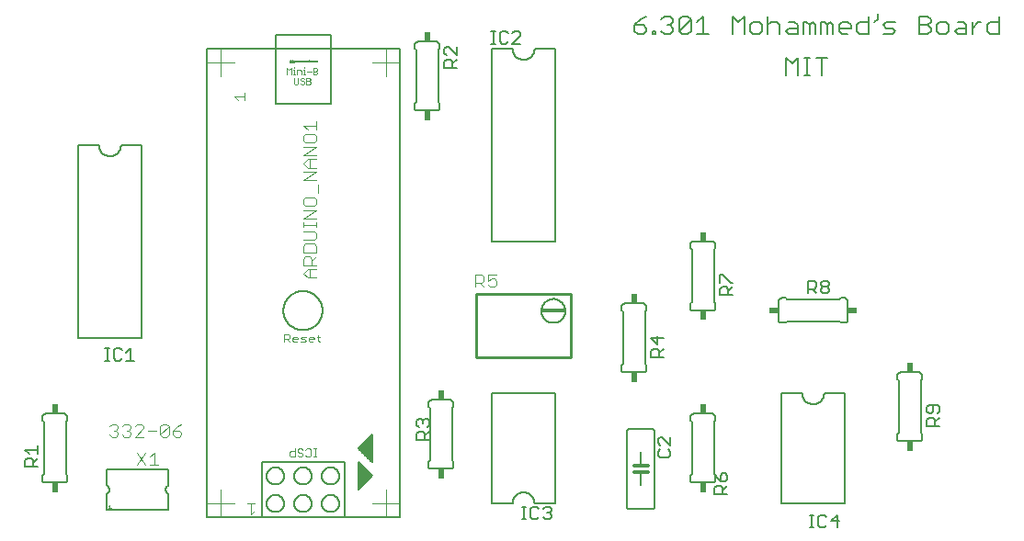
<source format=gto>
G75*
%MOIN*%
%OFA0B0*%
%FSLAX25Y25*%
%IPPOS*%
%LPD*%
%AMOC8*
5,1,8,0,0,1.08239X$1,22.5*
%
%ADD10C,0.00600*%
%ADD11C,0.00500*%
%ADD12C,0.00400*%
%ADD13C,0.00300*%
%ADD14C,0.00200*%
%ADD15C,0.00000*%
%ADD16C,0.00063*%
%ADD17C,0.01200*%
%ADD18R,0.02400X0.03400*%
%ADD19C,0.01000*%
%ADD20R,0.08268X0.01181*%
%ADD21R,0.03400X0.02400*%
%ADD22C,0.00800*%
%ADD23C,0.00100*%
D10*
X0018300Y0028205D02*
X0025300Y0028205D01*
X0025360Y0028207D01*
X0025421Y0028212D01*
X0025480Y0028221D01*
X0025539Y0028234D01*
X0025598Y0028250D01*
X0025655Y0028270D01*
X0025710Y0028293D01*
X0025765Y0028320D01*
X0025817Y0028349D01*
X0025868Y0028382D01*
X0025917Y0028418D01*
X0025963Y0028456D01*
X0026007Y0028498D01*
X0026049Y0028542D01*
X0026087Y0028588D01*
X0026123Y0028637D01*
X0026156Y0028688D01*
X0026185Y0028740D01*
X0026212Y0028795D01*
X0026235Y0028850D01*
X0026255Y0028907D01*
X0026271Y0028966D01*
X0026284Y0029025D01*
X0026293Y0029084D01*
X0026298Y0029145D01*
X0026300Y0029205D01*
X0026300Y0030705D01*
X0025800Y0031205D01*
X0025800Y0050205D01*
X0026300Y0050705D01*
X0026300Y0052205D01*
X0026298Y0052265D01*
X0026293Y0052326D01*
X0026284Y0052385D01*
X0026271Y0052444D01*
X0026255Y0052503D01*
X0026235Y0052560D01*
X0026212Y0052615D01*
X0026185Y0052670D01*
X0026156Y0052722D01*
X0026123Y0052773D01*
X0026087Y0052822D01*
X0026049Y0052868D01*
X0026007Y0052912D01*
X0025963Y0052954D01*
X0025917Y0052992D01*
X0025868Y0053028D01*
X0025817Y0053061D01*
X0025765Y0053090D01*
X0025710Y0053117D01*
X0025655Y0053140D01*
X0025598Y0053160D01*
X0025539Y0053176D01*
X0025480Y0053189D01*
X0025421Y0053198D01*
X0025360Y0053203D01*
X0025300Y0053205D01*
X0018300Y0053205D01*
X0018240Y0053203D01*
X0018179Y0053198D01*
X0018120Y0053189D01*
X0018061Y0053176D01*
X0018002Y0053160D01*
X0017945Y0053140D01*
X0017890Y0053117D01*
X0017835Y0053090D01*
X0017783Y0053061D01*
X0017732Y0053028D01*
X0017683Y0052992D01*
X0017637Y0052954D01*
X0017593Y0052912D01*
X0017551Y0052868D01*
X0017513Y0052822D01*
X0017477Y0052773D01*
X0017444Y0052722D01*
X0017415Y0052670D01*
X0017388Y0052615D01*
X0017365Y0052560D01*
X0017345Y0052503D01*
X0017329Y0052444D01*
X0017316Y0052385D01*
X0017307Y0052326D01*
X0017302Y0052265D01*
X0017300Y0052205D01*
X0017300Y0050705D01*
X0017800Y0050205D01*
X0017800Y0031205D01*
X0017300Y0030705D01*
X0017300Y0029205D01*
X0017302Y0029145D01*
X0017307Y0029084D01*
X0017316Y0029025D01*
X0017329Y0028966D01*
X0017345Y0028907D01*
X0017365Y0028850D01*
X0017388Y0028795D01*
X0017415Y0028740D01*
X0017444Y0028688D01*
X0017477Y0028637D01*
X0017513Y0028588D01*
X0017551Y0028542D01*
X0017593Y0028498D01*
X0017637Y0028456D01*
X0017683Y0028418D01*
X0017732Y0028382D01*
X0017783Y0028349D01*
X0017835Y0028320D01*
X0017890Y0028293D01*
X0017945Y0028270D01*
X0018002Y0028250D01*
X0018061Y0028234D01*
X0018120Y0028221D01*
X0018179Y0028212D01*
X0018240Y0028207D01*
X0018300Y0028205D01*
X0030300Y0080705D02*
X0053300Y0080705D01*
X0053300Y0150705D01*
X0045800Y0150705D01*
X0045798Y0150579D01*
X0045792Y0150454D01*
X0045782Y0150329D01*
X0045768Y0150204D01*
X0045751Y0150079D01*
X0045729Y0149955D01*
X0045704Y0149832D01*
X0045674Y0149710D01*
X0045641Y0149589D01*
X0045604Y0149469D01*
X0045564Y0149350D01*
X0045519Y0149233D01*
X0045471Y0149116D01*
X0045419Y0149002D01*
X0045364Y0148889D01*
X0045305Y0148778D01*
X0045243Y0148669D01*
X0045177Y0148562D01*
X0045108Y0148457D01*
X0045036Y0148354D01*
X0044961Y0148253D01*
X0044882Y0148155D01*
X0044800Y0148060D01*
X0044716Y0147967D01*
X0044628Y0147877D01*
X0044538Y0147789D01*
X0044445Y0147705D01*
X0044350Y0147623D01*
X0044252Y0147544D01*
X0044151Y0147469D01*
X0044048Y0147397D01*
X0043943Y0147328D01*
X0043836Y0147262D01*
X0043727Y0147200D01*
X0043616Y0147141D01*
X0043503Y0147086D01*
X0043389Y0147034D01*
X0043272Y0146986D01*
X0043155Y0146941D01*
X0043036Y0146901D01*
X0042916Y0146864D01*
X0042795Y0146831D01*
X0042673Y0146801D01*
X0042550Y0146776D01*
X0042426Y0146754D01*
X0042301Y0146737D01*
X0042176Y0146723D01*
X0042051Y0146713D01*
X0041926Y0146707D01*
X0041800Y0146705D01*
X0041674Y0146707D01*
X0041549Y0146713D01*
X0041424Y0146723D01*
X0041299Y0146737D01*
X0041174Y0146754D01*
X0041050Y0146776D01*
X0040927Y0146801D01*
X0040805Y0146831D01*
X0040684Y0146864D01*
X0040564Y0146901D01*
X0040445Y0146941D01*
X0040328Y0146986D01*
X0040211Y0147034D01*
X0040097Y0147086D01*
X0039984Y0147141D01*
X0039873Y0147200D01*
X0039764Y0147262D01*
X0039657Y0147328D01*
X0039552Y0147397D01*
X0039449Y0147469D01*
X0039348Y0147544D01*
X0039250Y0147623D01*
X0039155Y0147705D01*
X0039062Y0147789D01*
X0038972Y0147877D01*
X0038884Y0147967D01*
X0038800Y0148060D01*
X0038718Y0148155D01*
X0038639Y0148253D01*
X0038564Y0148354D01*
X0038492Y0148457D01*
X0038423Y0148562D01*
X0038357Y0148669D01*
X0038295Y0148778D01*
X0038236Y0148889D01*
X0038181Y0149002D01*
X0038129Y0149116D01*
X0038081Y0149233D01*
X0038036Y0149350D01*
X0037996Y0149469D01*
X0037959Y0149589D01*
X0037926Y0149710D01*
X0037896Y0149832D01*
X0037871Y0149955D01*
X0037849Y0150079D01*
X0037832Y0150204D01*
X0037818Y0150329D01*
X0037808Y0150454D01*
X0037802Y0150579D01*
X0037800Y0150705D01*
X0030300Y0150705D01*
X0030300Y0080705D01*
X0157300Y0057205D02*
X0157300Y0055705D01*
X0157800Y0055205D01*
X0157800Y0036205D01*
X0157300Y0035705D01*
X0157300Y0034205D01*
X0157302Y0034145D01*
X0157307Y0034084D01*
X0157316Y0034025D01*
X0157329Y0033966D01*
X0157345Y0033907D01*
X0157365Y0033850D01*
X0157388Y0033795D01*
X0157415Y0033740D01*
X0157444Y0033688D01*
X0157477Y0033637D01*
X0157513Y0033588D01*
X0157551Y0033542D01*
X0157593Y0033498D01*
X0157637Y0033456D01*
X0157683Y0033418D01*
X0157732Y0033382D01*
X0157783Y0033349D01*
X0157835Y0033320D01*
X0157890Y0033293D01*
X0157945Y0033270D01*
X0158002Y0033250D01*
X0158061Y0033234D01*
X0158120Y0033221D01*
X0158179Y0033212D01*
X0158240Y0033207D01*
X0158300Y0033205D01*
X0165300Y0033205D01*
X0165360Y0033207D01*
X0165421Y0033212D01*
X0165480Y0033221D01*
X0165539Y0033234D01*
X0165598Y0033250D01*
X0165655Y0033270D01*
X0165710Y0033293D01*
X0165765Y0033320D01*
X0165817Y0033349D01*
X0165868Y0033382D01*
X0165917Y0033418D01*
X0165963Y0033456D01*
X0166007Y0033498D01*
X0166049Y0033542D01*
X0166087Y0033588D01*
X0166123Y0033637D01*
X0166156Y0033688D01*
X0166185Y0033740D01*
X0166212Y0033795D01*
X0166235Y0033850D01*
X0166255Y0033907D01*
X0166271Y0033966D01*
X0166284Y0034025D01*
X0166293Y0034084D01*
X0166298Y0034145D01*
X0166300Y0034205D01*
X0166300Y0035705D01*
X0165800Y0036205D01*
X0165800Y0055205D01*
X0166300Y0055705D01*
X0166300Y0057205D01*
X0166298Y0057265D01*
X0166293Y0057326D01*
X0166284Y0057385D01*
X0166271Y0057444D01*
X0166255Y0057503D01*
X0166235Y0057560D01*
X0166212Y0057615D01*
X0166185Y0057670D01*
X0166156Y0057722D01*
X0166123Y0057773D01*
X0166087Y0057822D01*
X0166049Y0057868D01*
X0166007Y0057912D01*
X0165963Y0057954D01*
X0165917Y0057992D01*
X0165868Y0058028D01*
X0165817Y0058061D01*
X0165765Y0058090D01*
X0165710Y0058117D01*
X0165655Y0058140D01*
X0165598Y0058160D01*
X0165539Y0058176D01*
X0165480Y0058189D01*
X0165421Y0058198D01*
X0165360Y0058203D01*
X0165300Y0058205D01*
X0158300Y0058205D01*
X0158240Y0058203D01*
X0158179Y0058198D01*
X0158120Y0058189D01*
X0158061Y0058176D01*
X0158002Y0058160D01*
X0157945Y0058140D01*
X0157890Y0058117D01*
X0157835Y0058090D01*
X0157783Y0058061D01*
X0157732Y0058028D01*
X0157683Y0057992D01*
X0157637Y0057954D01*
X0157593Y0057912D01*
X0157551Y0057868D01*
X0157513Y0057822D01*
X0157477Y0057773D01*
X0157444Y0057722D01*
X0157415Y0057670D01*
X0157388Y0057615D01*
X0157365Y0057560D01*
X0157345Y0057503D01*
X0157329Y0057444D01*
X0157316Y0057385D01*
X0157307Y0057326D01*
X0157302Y0057265D01*
X0157300Y0057205D01*
X0180300Y0060705D02*
X0203300Y0060705D01*
X0203300Y0020705D01*
X0195800Y0020705D01*
X0195798Y0020831D01*
X0195792Y0020956D01*
X0195782Y0021081D01*
X0195768Y0021206D01*
X0195751Y0021331D01*
X0195729Y0021455D01*
X0195704Y0021578D01*
X0195674Y0021700D01*
X0195641Y0021821D01*
X0195604Y0021941D01*
X0195564Y0022060D01*
X0195519Y0022177D01*
X0195471Y0022294D01*
X0195419Y0022408D01*
X0195364Y0022521D01*
X0195305Y0022632D01*
X0195243Y0022741D01*
X0195177Y0022848D01*
X0195108Y0022953D01*
X0195036Y0023056D01*
X0194961Y0023157D01*
X0194882Y0023255D01*
X0194800Y0023350D01*
X0194716Y0023443D01*
X0194628Y0023533D01*
X0194538Y0023621D01*
X0194445Y0023705D01*
X0194350Y0023787D01*
X0194252Y0023866D01*
X0194151Y0023941D01*
X0194048Y0024013D01*
X0193943Y0024082D01*
X0193836Y0024148D01*
X0193727Y0024210D01*
X0193616Y0024269D01*
X0193503Y0024324D01*
X0193389Y0024376D01*
X0193272Y0024424D01*
X0193155Y0024469D01*
X0193036Y0024509D01*
X0192916Y0024546D01*
X0192795Y0024579D01*
X0192673Y0024609D01*
X0192550Y0024634D01*
X0192426Y0024656D01*
X0192301Y0024673D01*
X0192176Y0024687D01*
X0192051Y0024697D01*
X0191926Y0024703D01*
X0191800Y0024705D01*
X0191674Y0024703D01*
X0191549Y0024697D01*
X0191424Y0024687D01*
X0191299Y0024673D01*
X0191174Y0024656D01*
X0191050Y0024634D01*
X0190927Y0024609D01*
X0190805Y0024579D01*
X0190684Y0024546D01*
X0190564Y0024509D01*
X0190445Y0024469D01*
X0190328Y0024424D01*
X0190211Y0024376D01*
X0190097Y0024324D01*
X0189984Y0024269D01*
X0189873Y0024210D01*
X0189764Y0024148D01*
X0189657Y0024082D01*
X0189552Y0024013D01*
X0189449Y0023941D01*
X0189348Y0023866D01*
X0189250Y0023787D01*
X0189155Y0023705D01*
X0189062Y0023621D01*
X0188972Y0023533D01*
X0188884Y0023443D01*
X0188800Y0023350D01*
X0188718Y0023255D01*
X0188639Y0023157D01*
X0188564Y0023056D01*
X0188492Y0022953D01*
X0188423Y0022848D01*
X0188357Y0022741D01*
X0188295Y0022632D01*
X0188236Y0022521D01*
X0188181Y0022408D01*
X0188129Y0022294D01*
X0188081Y0022177D01*
X0188036Y0022060D01*
X0187996Y0021941D01*
X0187959Y0021821D01*
X0187926Y0021700D01*
X0187896Y0021578D01*
X0187871Y0021455D01*
X0187849Y0021331D01*
X0187832Y0021206D01*
X0187818Y0021081D01*
X0187808Y0020956D01*
X0187802Y0020831D01*
X0187800Y0020705D01*
X0180300Y0020705D01*
X0180300Y0060705D01*
X0227300Y0069205D02*
X0227300Y0070705D01*
X0227800Y0071205D01*
X0227800Y0090205D01*
X0227300Y0090705D01*
X0227300Y0092205D01*
X0227302Y0092265D01*
X0227307Y0092326D01*
X0227316Y0092385D01*
X0227329Y0092444D01*
X0227345Y0092503D01*
X0227365Y0092560D01*
X0227388Y0092615D01*
X0227415Y0092670D01*
X0227444Y0092722D01*
X0227477Y0092773D01*
X0227513Y0092822D01*
X0227551Y0092868D01*
X0227593Y0092912D01*
X0227637Y0092954D01*
X0227683Y0092992D01*
X0227732Y0093028D01*
X0227783Y0093061D01*
X0227835Y0093090D01*
X0227890Y0093117D01*
X0227945Y0093140D01*
X0228002Y0093160D01*
X0228061Y0093176D01*
X0228120Y0093189D01*
X0228179Y0093198D01*
X0228240Y0093203D01*
X0228300Y0093205D01*
X0235300Y0093205D01*
X0235360Y0093203D01*
X0235421Y0093198D01*
X0235480Y0093189D01*
X0235539Y0093176D01*
X0235598Y0093160D01*
X0235655Y0093140D01*
X0235710Y0093117D01*
X0235765Y0093090D01*
X0235817Y0093061D01*
X0235868Y0093028D01*
X0235917Y0092992D01*
X0235963Y0092954D01*
X0236007Y0092912D01*
X0236049Y0092868D01*
X0236087Y0092822D01*
X0236123Y0092773D01*
X0236156Y0092722D01*
X0236185Y0092670D01*
X0236212Y0092615D01*
X0236235Y0092560D01*
X0236255Y0092503D01*
X0236271Y0092444D01*
X0236284Y0092385D01*
X0236293Y0092326D01*
X0236298Y0092265D01*
X0236300Y0092205D01*
X0236300Y0090705D01*
X0235800Y0090205D01*
X0235800Y0071205D01*
X0236300Y0070705D01*
X0236300Y0069205D01*
X0236298Y0069145D01*
X0236293Y0069084D01*
X0236284Y0069025D01*
X0236271Y0068966D01*
X0236255Y0068907D01*
X0236235Y0068850D01*
X0236212Y0068795D01*
X0236185Y0068740D01*
X0236156Y0068688D01*
X0236123Y0068637D01*
X0236087Y0068588D01*
X0236049Y0068542D01*
X0236007Y0068498D01*
X0235963Y0068456D01*
X0235917Y0068418D01*
X0235868Y0068382D01*
X0235817Y0068349D01*
X0235765Y0068320D01*
X0235710Y0068293D01*
X0235655Y0068270D01*
X0235598Y0068250D01*
X0235539Y0068234D01*
X0235480Y0068221D01*
X0235421Y0068212D01*
X0235360Y0068207D01*
X0235300Y0068205D01*
X0228300Y0068205D01*
X0228240Y0068207D01*
X0228179Y0068212D01*
X0228120Y0068221D01*
X0228061Y0068234D01*
X0228002Y0068250D01*
X0227945Y0068270D01*
X0227890Y0068293D01*
X0227835Y0068320D01*
X0227783Y0068349D01*
X0227732Y0068382D01*
X0227683Y0068418D01*
X0227637Y0068456D01*
X0227593Y0068498D01*
X0227551Y0068542D01*
X0227513Y0068588D01*
X0227477Y0068637D01*
X0227444Y0068688D01*
X0227415Y0068740D01*
X0227388Y0068795D01*
X0227365Y0068850D01*
X0227345Y0068907D01*
X0227329Y0068966D01*
X0227316Y0069025D01*
X0227307Y0069084D01*
X0227302Y0069145D01*
X0227300Y0069205D01*
X0253300Y0053205D02*
X0260300Y0053205D01*
X0260360Y0053203D01*
X0260421Y0053198D01*
X0260480Y0053189D01*
X0260539Y0053176D01*
X0260598Y0053160D01*
X0260655Y0053140D01*
X0260710Y0053117D01*
X0260765Y0053090D01*
X0260817Y0053061D01*
X0260868Y0053028D01*
X0260917Y0052992D01*
X0260963Y0052954D01*
X0261007Y0052912D01*
X0261049Y0052868D01*
X0261087Y0052822D01*
X0261123Y0052773D01*
X0261156Y0052722D01*
X0261185Y0052670D01*
X0261212Y0052615D01*
X0261235Y0052560D01*
X0261255Y0052503D01*
X0261271Y0052444D01*
X0261284Y0052385D01*
X0261293Y0052326D01*
X0261298Y0052265D01*
X0261300Y0052205D01*
X0261300Y0050705D01*
X0260800Y0050205D01*
X0260800Y0031205D01*
X0261300Y0030705D01*
X0261300Y0029205D01*
X0261298Y0029145D01*
X0261293Y0029084D01*
X0261284Y0029025D01*
X0261271Y0028966D01*
X0261255Y0028907D01*
X0261235Y0028850D01*
X0261212Y0028795D01*
X0261185Y0028740D01*
X0261156Y0028688D01*
X0261123Y0028637D01*
X0261087Y0028588D01*
X0261049Y0028542D01*
X0261007Y0028498D01*
X0260963Y0028456D01*
X0260917Y0028418D01*
X0260868Y0028382D01*
X0260817Y0028349D01*
X0260765Y0028320D01*
X0260710Y0028293D01*
X0260655Y0028270D01*
X0260598Y0028250D01*
X0260539Y0028234D01*
X0260480Y0028221D01*
X0260421Y0028212D01*
X0260360Y0028207D01*
X0260300Y0028205D01*
X0253300Y0028205D01*
X0253240Y0028207D01*
X0253179Y0028212D01*
X0253120Y0028221D01*
X0253061Y0028234D01*
X0253002Y0028250D01*
X0252945Y0028270D01*
X0252890Y0028293D01*
X0252835Y0028320D01*
X0252783Y0028349D01*
X0252732Y0028382D01*
X0252683Y0028418D01*
X0252637Y0028456D01*
X0252593Y0028498D01*
X0252551Y0028542D01*
X0252513Y0028588D01*
X0252477Y0028637D01*
X0252444Y0028688D01*
X0252415Y0028740D01*
X0252388Y0028795D01*
X0252365Y0028850D01*
X0252345Y0028907D01*
X0252329Y0028966D01*
X0252316Y0029025D01*
X0252307Y0029084D01*
X0252302Y0029145D01*
X0252300Y0029205D01*
X0252300Y0030705D01*
X0252800Y0031205D01*
X0252800Y0050205D01*
X0252300Y0050705D01*
X0252300Y0052205D01*
X0252302Y0052265D01*
X0252307Y0052326D01*
X0252316Y0052385D01*
X0252329Y0052444D01*
X0252345Y0052503D01*
X0252365Y0052560D01*
X0252388Y0052615D01*
X0252415Y0052670D01*
X0252444Y0052722D01*
X0252477Y0052773D01*
X0252513Y0052822D01*
X0252551Y0052868D01*
X0252593Y0052912D01*
X0252637Y0052954D01*
X0252683Y0052992D01*
X0252732Y0053028D01*
X0252783Y0053061D01*
X0252835Y0053090D01*
X0252890Y0053117D01*
X0252945Y0053140D01*
X0253002Y0053160D01*
X0253061Y0053176D01*
X0253120Y0053189D01*
X0253179Y0053198D01*
X0253240Y0053203D01*
X0253300Y0053205D01*
X0239300Y0046705D02*
X0239300Y0019705D01*
X0239298Y0019645D01*
X0239293Y0019584D01*
X0239284Y0019525D01*
X0239271Y0019466D01*
X0239255Y0019407D01*
X0239235Y0019350D01*
X0239212Y0019295D01*
X0239185Y0019240D01*
X0239156Y0019188D01*
X0239123Y0019137D01*
X0239087Y0019088D01*
X0239049Y0019042D01*
X0239007Y0018998D01*
X0238963Y0018956D01*
X0238917Y0018918D01*
X0238868Y0018882D01*
X0238817Y0018849D01*
X0238765Y0018820D01*
X0238710Y0018793D01*
X0238655Y0018770D01*
X0238598Y0018750D01*
X0238539Y0018734D01*
X0238480Y0018721D01*
X0238421Y0018712D01*
X0238360Y0018707D01*
X0238300Y0018705D01*
X0230300Y0018705D01*
X0230240Y0018707D01*
X0230179Y0018712D01*
X0230120Y0018721D01*
X0230061Y0018734D01*
X0230002Y0018750D01*
X0229945Y0018770D01*
X0229890Y0018793D01*
X0229835Y0018820D01*
X0229783Y0018849D01*
X0229732Y0018882D01*
X0229683Y0018918D01*
X0229637Y0018956D01*
X0229593Y0018998D01*
X0229551Y0019042D01*
X0229513Y0019088D01*
X0229477Y0019137D01*
X0229444Y0019188D01*
X0229415Y0019240D01*
X0229388Y0019295D01*
X0229365Y0019350D01*
X0229345Y0019407D01*
X0229329Y0019466D01*
X0229316Y0019525D01*
X0229307Y0019584D01*
X0229302Y0019645D01*
X0229300Y0019705D01*
X0229300Y0046705D01*
X0229302Y0046765D01*
X0229307Y0046826D01*
X0229316Y0046885D01*
X0229329Y0046944D01*
X0229345Y0047003D01*
X0229365Y0047060D01*
X0229388Y0047115D01*
X0229415Y0047170D01*
X0229444Y0047222D01*
X0229477Y0047273D01*
X0229513Y0047322D01*
X0229551Y0047368D01*
X0229593Y0047412D01*
X0229637Y0047454D01*
X0229683Y0047492D01*
X0229732Y0047528D01*
X0229783Y0047561D01*
X0229835Y0047590D01*
X0229890Y0047617D01*
X0229945Y0047640D01*
X0230002Y0047660D01*
X0230061Y0047676D01*
X0230120Y0047689D01*
X0230179Y0047698D01*
X0230240Y0047703D01*
X0230300Y0047705D01*
X0238300Y0047705D01*
X0238360Y0047703D01*
X0238421Y0047698D01*
X0238480Y0047689D01*
X0238539Y0047676D01*
X0238598Y0047660D01*
X0238655Y0047640D01*
X0238710Y0047617D01*
X0238765Y0047590D01*
X0238817Y0047561D01*
X0238868Y0047528D01*
X0238917Y0047492D01*
X0238963Y0047454D01*
X0239007Y0047412D01*
X0239049Y0047368D01*
X0239087Y0047322D01*
X0239123Y0047273D01*
X0239156Y0047222D01*
X0239185Y0047170D01*
X0239212Y0047115D01*
X0239235Y0047060D01*
X0239255Y0047003D01*
X0239271Y0046944D01*
X0239284Y0046885D01*
X0239293Y0046826D01*
X0239298Y0046765D01*
X0239300Y0046705D01*
X0234300Y0039205D02*
X0234300Y0034405D01*
X0234300Y0031905D02*
X0234300Y0027205D01*
X0285300Y0020705D02*
X0308300Y0020705D01*
X0308300Y0060705D01*
X0300800Y0060705D01*
X0300798Y0060579D01*
X0300792Y0060454D01*
X0300782Y0060329D01*
X0300768Y0060204D01*
X0300751Y0060079D01*
X0300729Y0059955D01*
X0300704Y0059832D01*
X0300674Y0059710D01*
X0300641Y0059589D01*
X0300604Y0059469D01*
X0300564Y0059350D01*
X0300519Y0059233D01*
X0300471Y0059116D01*
X0300419Y0059002D01*
X0300364Y0058889D01*
X0300305Y0058778D01*
X0300243Y0058669D01*
X0300177Y0058562D01*
X0300108Y0058457D01*
X0300036Y0058354D01*
X0299961Y0058253D01*
X0299882Y0058155D01*
X0299800Y0058060D01*
X0299716Y0057967D01*
X0299628Y0057877D01*
X0299538Y0057789D01*
X0299445Y0057705D01*
X0299350Y0057623D01*
X0299252Y0057544D01*
X0299151Y0057469D01*
X0299048Y0057397D01*
X0298943Y0057328D01*
X0298836Y0057262D01*
X0298727Y0057200D01*
X0298616Y0057141D01*
X0298503Y0057086D01*
X0298389Y0057034D01*
X0298272Y0056986D01*
X0298155Y0056941D01*
X0298036Y0056901D01*
X0297916Y0056864D01*
X0297795Y0056831D01*
X0297673Y0056801D01*
X0297550Y0056776D01*
X0297426Y0056754D01*
X0297301Y0056737D01*
X0297176Y0056723D01*
X0297051Y0056713D01*
X0296926Y0056707D01*
X0296800Y0056705D01*
X0296674Y0056707D01*
X0296549Y0056713D01*
X0296424Y0056723D01*
X0296299Y0056737D01*
X0296174Y0056754D01*
X0296050Y0056776D01*
X0295927Y0056801D01*
X0295805Y0056831D01*
X0295684Y0056864D01*
X0295564Y0056901D01*
X0295445Y0056941D01*
X0295328Y0056986D01*
X0295211Y0057034D01*
X0295097Y0057086D01*
X0294984Y0057141D01*
X0294873Y0057200D01*
X0294764Y0057262D01*
X0294657Y0057328D01*
X0294552Y0057397D01*
X0294449Y0057469D01*
X0294348Y0057544D01*
X0294250Y0057623D01*
X0294155Y0057705D01*
X0294062Y0057789D01*
X0293972Y0057877D01*
X0293884Y0057967D01*
X0293800Y0058060D01*
X0293718Y0058155D01*
X0293639Y0058253D01*
X0293564Y0058354D01*
X0293492Y0058457D01*
X0293423Y0058562D01*
X0293357Y0058669D01*
X0293295Y0058778D01*
X0293236Y0058889D01*
X0293181Y0059002D01*
X0293129Y0059116D01*
X0293081Y0059233D01*
X0293036Y0059350D01*
X0292996Y0059469D01*
X0292959Y0059589D01*
X0292926Y0059710D01*
X0292896Y0059832D01*
X0292871Y0059955D01*
X0292849Y0060079D01*
X0292832Y0060204D01*
X0292818Y0060329D01*
X0292808Y0060454D01*
X0292802Y0060579D01*
X0292800Y0060705D01*
X0285300Y0060705D01*
X0285300Y0020705D01*
X0327300Y0044205D02*
X0327300Y0045705D01*
X0327800Y0046205D01*
X0327800Y0065205D01*
X0327300Y0065705D01*
X0327300Y0067205D01*
X0327302Y0067265D01*
X0327307Y0067326D01*
X0327316Y0067385D01*
X0327329Y0067444D01*
X0327345Y0067503D01*
X0327365Y0067560D01*
X0327388Y0067615D01*
X0327415Y0067670D01*
X0327444Y0067722D01*
X0327477Y0067773D01*
X0327513Y0067822D01*
X0327551Y0067868D01*
X0327593Y0067912D01*
X0327637Y0067954D01*
X0327683Y0067992D01*
X0327732Y0068028D01*
X0327783Y0068061D01*
X0327835Y0068090D01*
X0327890Y0068117D01*
X0327945Y0068140D01*
X0328002Y0068160D01*
X0328061Y0068176D01*
X0328120Y0068189D01*
X0328179Y0068198D01*
X0328240Y0068203D01*
X0328300Y0068205D01*
X0335300Y0068205D01*
X0335360Y0068203D01*
X0335421Y0068198D01*
X0335480Y0068189D01*
X0335539Y0068176D01*
X0335598Y0068160D01*
X0335655Y0068140D01*
X0335710Y0068117D01*
X0335765Y0068090D01*
X0335817Y0068061D01*
X0335868Y0068028D01*
X0335917Y0067992D01*
X0335963Y0067954D01*
X0336007Y0067912D01*
X0336049Y0067868D01*
X0336087Y0067822D01*
X0336123Y0067773D01*
X0336156Y0067722D01*
X0336185Y0067670D01*
X0336212Y0067615D01*
X0336235Y0067560D01*
X0336255Y0067503D01*
X0336271Y0067444D01*
X0336284Y0067385D01*
X0336293Y0067326D01*
X0336298Y0067265D01*
X0336300Y0067205D01*
X0336300Y0065705D01*
X0335800Y0065205D01*
X0335800Y0046205D01*
X0336300Y0045705D01*
X0336300Y0044205D01*
X0336298Y0044145D01*
X0336293Y0044084D01*
X0336284Y0044025D01*
X0336271Y0043966D01*
X0336255Y0043907D01*
X0336235Y0043850D01*
X0336212Y0043795D01*
X0336185Y0043740D01*
X0336156Y0043688D01*
X0336123Y0043637D01*
X0336087Y0043588D01*
X0336049Y0043542D01*
X0336007Y0043498D01*
X0335963Y0043456D01*
X0335917Y0043418D01*
X0335868Y0043382D01*
X0335817Y0043349D01*
X0335765Y0043320D01*
X0335710Y0043293D01*
X0335655Y0043270D01*
X0335598Y0043250D01*
X0335539Y0043234D01*
X0335480Y0043221D01*
X0335421Y0043212D01*
X0335360Y0043207D01*
X0335300Y0043205D01*
X0328300Y0043205D01*
X0328240Y0043207D01*
X0328179Y0043212D01*
X0328120Y0043221D01*
X0328061Y0043234D01*
X0328002Y0043250D01*
X0327945Y0043270D01*
X0327890Y0043293D01*
X0327835Y0043320D01*
X0327783Y0043349D01*
X0327732Y0043382D01*
X0327683Y0043418D01*
X0327637Y0043456D01*
X0327593Y0043498D01*
X0327551Y0043542D01*
X0327513Y0043588D01*
X0327477Y0043637D01*
X0327444Y0043688D01*
X0327415Y0043740D01*
X0327388Y0043795D01*
X0327365Y0043850D01*
X0327345Y0043907D01*
X0327329Y0043966D01*
X0327316Y0044025D01*
X0327307Y0044084D01*
X0327302Y0044145D01*
X0327300Y0044205D01*
X0308300Y0086205D02*
X0306800Y0086205D01*
X0306300Y0086705D01*
X0287300Y0086705D01*
X0286800Y0086205D01*
X0285300Y0086205D01*
X0285240Y0086207D01*
X0285179Y0086212D01*
X0285120Y0086221D01*
X0285061Y0086234D01*
X0285002Y0086250D01*
X0284945Y0086270D01*
X0284890Y0086293D01*
X0284835Y0086320D01*
X0284783Y0086349D01*
X0284732Y0086382D01*
X0284683Y0086418D01*
X0284637Y0086456D01*
X0284593Y0086498D01*
X0284551Y0086542D01*
X0284513Y0086588D01*
X0284477Y0086637D01*
X0284444Y0086688D01*
X0284415Y0086740D01*
X0284388Y0086795D01*
X0284365Y0086850D01*
X0284345Y0086907D01*
X0284329Y0086966D01*
X0284316Y0087025D01*
X0284307Y0087084D01*
X0284302Y0087145D01*
X0284300Y0087205D01*
X0284300Y0094205D01*
X0284302Y0094265D01*
X0284307Y0094326D01*
X0284316Y0094385D01*
X0284329Y0094444D01*
X0284345Y0094503D01*
X0284365Y0094560D01*
X0284388Y0094615D01*
X0284415Y0094670D01*
X0284444Y0094722D01*
X0284477Y0094773D01*
X0284513Y0094822D01*
X0284551Y0094868D01*
X0284593Y0094912D01*
X0284637Y0094954D01*
X0284683Y0094992D01*
X0284732Y0095028D01*
X0284783Y0095061D01*
X0284835Y0095090D01*
X0284890Y0095117D01*
X0284945Y0095140D01*
X0285002Y0095160D01*
X0285061Y0095176D01*
X0285120Y0095189D01*
X0285179Y0095198D01*
X0285240Y0095203D01*
X0285300Y0095205D01*
X0286800Y0095205D01*
X0287300Y0094705D01*
X0306300Y0094705D01*
X0306800Y0095205D01*
X0308300Y0095205D01*
X0308360Y0095203D01*
X0308421Y0095198D01*
X0308480Y0095189D01*
X0308539Y0095176D01*
X0308598Y0095160D01*
X0308655Y0095140D01*
X0308710Y0095117D01*
X0308765Y0095090D01*
X0308817Y0095061D01*
X0308868Y0095028D01*
X0308917Y0094992D01*
X0308963Y0094954D01*
X0309007Y0094912D01*
X0309049Y0094868D01*
X0309087Y0094822D01*
X0309123Y0094773D01*
X0309156Y0094722D01*
X0309185Y0094670D01*
X0309212Y0094615D01*
X0309235Y0094560D01*
X0309255Y0094503D01*
X0309271Y0094444D01*
X0309284Y0094385D01*
X0309293Y0094326D01*
X0309298Y0094265D01*
X0309300Y0094205D01*
X0309300Y0087205D01*
X0309298Y0087145D01*
X0309293Y0087084D01*
X0309284Y0087025D01*
X0309271Y0086966D01*
X0309255Y0086907D01*
X0309235Y0086850D01*
X0309212Y0086795D01*
X0309185Y0086740D01*
X0309156Y0086688D01*
X0309123Y0086637D01*
X0309087Y0086588D01*
X0309049Y0086542D01*
X0309007Y0086498D01*
X0308963Y0086456D01*
X0308917Y0086418D01*
X0308868Y0086382D01*
X0308817Y0086349D01*
X0308765Y0086320D01*
X0308710Y0086293D01*
X0308655Y0086270D01*
X0308598Y0086250D01*
X0308539Y0086234D01*
X0308480Y0086221D01*
X0308421Y0086212D01*
X0308360Y0086207D01*
X0308300Y0086205D01*
X0261300Y0091705D02*
X0261300Y0093205D01*
X0260800Y0093705D01*
X0260800Y0112705D01*
X0261300Y0113205D01*
X0261300Y0114705D01*
X0261298Y0114765D01*
X0261293Y0114826D01*
X0261284Y0114885D01*
X0261271Y0114944D01*
X0261255Y0115003D01*
X0261235Y0115060D01*
X0261212Y0115115D01*
X0261185Y0115170D01*
X0261156Y0115222D01*
X0261123Y0115273D01*
X0261087Y0115322D01*
X0261049Y0115368D01*
X0261007Y0115412D01*
X0260963Y0115454D01*
X0260917Y0115492D01*
X0260868Y0115528D01*
X0260817Y0115561D01*
X0260765Y0115590D01*
X0260710Y0115617D01*
X0260655Y0115640D01*
X0260598Y0115660D01*
X0260539Y0115676D01*
X0260480Y0115689D01*
X0260421Y0115698D01*
X0260360Y0115703D01*
X0260300Y0115705D01*
X0253300Y0115705D01*
X0253240Y0115703D01*
X0253179Y0115698D01*
X0253120Y0115689D01*
X0253061Y0115676D01*
X0253002Y0115660D01*
X0252945Y0115640D01*
X0252890Y0115617D01*
X0252835Y0115590D01*
X0252783Y0115561D01*
X0252732Y0115528D01*
X0252683Y0115492D01*
X0252637Y0115454D01*
X0252593Y0115412D01*
X0252551Y0115368D01*
X0252513Y0115322D01*
X0252477Y0115273D01*
X0252444Y0115222D01*
X0252415Y0115170D01*
X0252388Y0115115D01*
X0252365Y0115060D01*
X0252345Y0115003D01*
X0252329Y0114944D01*
X0252316Y0114885D01*
X0252307Y0114826D01*
X0252302Y0114765D01*
X0252300Y0114705D01*
X0252300Y0113205D01*
X0252800Y0112705D01*
X0252800Y0093705D01*
X0252300Y0093205D01*
X0252300Y0091705D01*
X0252302Y0091645D01*
X0252307Y0091584D01*
X0252316Y0091525D01*
X0252329Y0091466D01*
X0252345Y0091407D01*
X0252365Y0091350D01*
X0252388Y0091295D01*
X0252415Y0091240D01*
X0252444Y0091188D01*
X0252477Y0091137D01*
X0252513Y0091088D01*
X0252551Y0091042D01*
X0252593Y0090998D01*
X0252637Y0090956D01*
X0252683Y0090918D01*
X0252732Y0090882D01*
X0252783Y0090849D01*
X0252835Y0090820D01*
X0252890Y0090793D01*
X0252945Y0090770D01*
X0253002Y0090750D01*
X0253061Y0090734D01*
X0253120Y0090721D01*
X0253179Y0090712D01*
X0253240Y0090707D01*
X0253300Y0090705D01*
X0260300Y0090705D01*
X0260360Y0090707D01*
X0260421Y0090712D01*
X0260480Y0090721D01*
X0260539Y0090734D01*
X0260598Y0090750D01*
X0260655Y0090770D01*
X0260710Y0090793D01*
X0260765Y0090820D01*
X0260817Y0090849D01*
X0260868Y0090882D01*
X0260917Y0090918D01*
X0260963Y0090956D01*
X0261007Y0090998D01*
X0261049Y0091042D01*
X0261087Y0091088D01*
X0261123Y0091137D01*
X0261156Y0091188D01*
X0261185Y0091240D01*
X0261212Y0091295D01*
X0261235Y0091350D01*
X0261255Y0091407D01*
X0261271Y0091466D01*
X0261284Y0091525D01*
X0261293Y0091584D01*
X0261298Y0091645D01*
X0261300Y0091705D01*
X0203300Y0115705D02*
X0180300Y0115705D01*
X0180300Y0185705D01*
X0187800Y0185705D01*
X0187802Y0185579D01*
X0187808Y0185454D01*
X0187818Y0185329D01*
X0187832Y0185204D01*
X0187849Y0185079D01*
X0187871Y0184955D01*
X0187896Y0184832D01*
X0187926Y0184710D01*
X0187959Y0184589D01*
X0187996Y0184469D01*
X0188036Y0184350D01*
X0188081Y0184233D01*
X0188129Y0184116D01*
X0188181Y0184002D01*
X0188236Y0183889D01*
X0188295Y0183778D01*
X0188357Y0183669D01*
X0188423Y0183562D01*
X0188492Y0183457D01*
X0188564Y0183354D01*
X0188639Y0183253D01*
X0188718Y0183155D01*
X0188800Y0183060D01*
X0188884Y0182967D01*
X0188972Y0182877D01*
X0189062Y0182789D01*
X0189155Y0182705D01*
X0189250Y0182623D01*
X0189348Y0182544D01*
X0189449Y0182469D01*
X0189552Y0182397D01*
X0189657Y0182328D01*
X0189764Y0182262D01*
X0189873Y0182200D01*
X0189984Y0182141D01*
X0190097Y0182086D01*
X0190211Y0182034D01*
X0190328Y0181986D01*
X0190445Y0181941D01*
X0190564Y0181901D01*
X0190684Y0181864D01*
X0190805Y0181831D01*
X0190927Y0181801D01*
X0191050Y0181776D01*
X0191174Y0181754D01*
X0191299Y0181737D01*
X0191424Y0181723D01*
X0191549Y0181713D01*
X0191674Y0181707D01*
X0191800Y0181705D01*
X0191926Y0181707D01*
X0192051Y0181713D01*
X0192176Y0181723D01*
X0192301Y0181737D01*
X0192426Y0181754D01*
X0192550Y0181776D01*
X0192673Y0181801D01*
X0192795Y0181831D01*
X0192916Y0181864D01*
X0193036Y0181901D01*
X0193155Y0181941D01*
X0193272Y0181986D01*
X0193389Y0182034D01*
X0193503Y0182086D01*
X0193616Y0182141D01*
X0193727Y0182200D01*
X0193836Y0182262D01*
X0193943Y0182328D01*
X0194048Y0182397D01*
X0194151Y0182469D01*
X0194252Y0182544D01*
X0194350Y0182623D01*
X0194445Y0182705D01*
X0194538Y0182789D01*
X0194628Y0182877D01*
X0194716Y0182967D01*
X0194800Y0183060D01*
X0194882Y0183155D01*
X0194961Y0183253D01*
X0195036Y0183354D01*
X0195108Y0183457D01*
X0195177Y0183562D01*
X0195243Y0183669D01*
X0195305Y0183778D01*
X0195364Y0183889D01*
X0195419Y0184002D01*
X0195471Y0184116D01*
X0195519Y0184233D01*
X0195564Y0184350D01*
X0195604Y0184469D01*
X0195641Y0184589D01*
X0195674Y0184710D01*
X0195704Y0184832D01*
X0195729Y0184955D01*
X0195751Y0185079D01*
X0195768Y0185204D01*
X0195782Y0185329D01*
X0195792Y0185454D01*
X0195798Y0185579D01*
X0195800Y0185705D01*
X0203300Y0185705D01*
X0203300Y0115705D01*
X0198292Y0090547D02*
X0198294Y0090679D01*
X0198300Y0090810D01*
X0198310Y0090941D01*
X0198324Y0091072D01*
X0198342Y0091202D01*
X0198364Y0091332D01*
X0198389Y0091461D01*
X0198419Y0091589D01*
X0198453Y0091717D01*
X0198490Y0091843D01*
X0198531Y0091968D01*
X0198576Y0092091D01*
X0198625Y0092214D01*
X0198678Y0092334D01*
X0198734Y0092453D01*
X0198793Y0092571D01*
X0198856Y0092686D01*
X0198923Y0092799D01*
X0198993Y0092911D01*
X0199067Y0093020D01*
X0199143Y0093127D01*
X0199223Y0093231D01*
X0199306Y0093333D01*
X0199392Y0093433D01*
X0199481Y0093530D01*
X0199573Y0093624D01*
X0199668Y0093715D01*
X0199766Y0093804D01*
X0199866Y0093889D01*
X0199968Y0093971D01*
X0200074Y0094050D01*
X0200181Y0094126D01*
X0200291Y0094199D01*
X0200403Y0094268D01*
X0200517Y0094334D01*
X0200633Y0094396D01*
X0200750Y0094455D01*
X0200870Y0094510D01*
X0200991Y0094561D01*
X0201113Y0094609D01*
X0201237Y0094653D01*
X0201363Y0094694D01*
X0201489Y0094730D01*
X0201617Y0094763D01*
X0201745Y0094791D01*
X0201874Y0094816D01*
X0202004Y0094837D01*
X0202135Y0094854D01*
X0202266Y0094867D01*
X0202397Y0094876D01*
X0202528Y0094881D01*
X0202660Y0094882D01*
X0202791Y0094879D01*
X0202923Y0094872D01*
X0203054Y0094861D01*
X0203185Y0094846D01*
X0203315Y0094827D01*
X0203444Y0094804D01*
X0203573Y0094777D01*
X0203701Y0094747D01*
X0203828Y0094712D01*
X0203954Y0094674D01*
X0204079Y0094632D01*
X0204202Y0094586D01*
X0204324Y0094536D01*
X0204444Y0094483D01*
X0204563Y0094426D01*
X0204680Y0094365D01*
X0204794Y0094301D01*
X0204907Y0094234D01*
X0205018Y0094163D01*
X0205127Y0094089D01*
X0205233Y0094011D01*
X0205337Y0093930D01*
X0205439Y0093847D01*
X0205537Y0093760D01*
X0205634Y0093670D01*
X0205727Y0093577D01*
X0205818Y0093482D01*
X0205905Y0093384D01*
X0205990Y0093283D01*
X0206071Y0093179D01*
X0206149Y0093074D01*
X0206225Y0092966D01*
X0206296Y0092855D01*
X0206365Y0092743D01*
X0206430Y0092628D01*
X0206491Y0092512D01*
X0206549Y0092394D01*
X0206603Y0092274D01*
X0206654Y0092153D01*
X0206701Y0092030D01*
X0206744Y0091905D01*
X0206783Y0091780D01*
X0206819Y0091653D01*
X0206850Y0091525D01*
X0206878Y0091397D01*
X0206902Y0091267D01*
X0206922Y0091137D01*
X0206938Y0091007D01*
X0206950Y0090876D01*
X0206958Y0090744D01*
X0206962Y0090613D01*
X0206962Y0090481D01*
X0206958Y0090350D01*
X0206950Y0090218D01*
X0206938Y0090087D01*
X0206922Y0089957D01*
X0206902Y0089827D01*
X0206878Y0089697D01*
X0206850Y0089569D01*
X0206819Y0089441D01*
X0206783Y0089314D01*
X0206744Y0089189D01*
X0206701Y0089064D01*
X0206654Y0088941D01*
X0206603Y0088820D01*
X0206549Y0088700D01*
X0206491Y0088582D01*
X0206430Y0088466D01*
X0206365Y0088351D01*
X0206296Y0088239D01*
X0206225Y0088128D01*
X0206149Y0088020D01*
X0206071Y0087915D01*
X0205990Y0087811D01*
X0205905Y0087710D01*
X0205818Y0087612D01*
X0205727Y0087517D01*
X0205634Y0087424D01*
X0205537Y0087334D01*
X0205439Y0087247D01*
X0205337Y0087164D01*
X0205233Y0087083D01*
X0205127Y0087005D01*
X0205018Y0086931D01*
X0204907Y0086860D01*
X0204795Y0086793D01*
X0204680Y0086729D01*
X0204563Y0086668D01*
X0204444Y0086611D01*
X0204324Y0086558D01*
X0204202Y0086508D01*
X0204079Y0086462D01*
X0203954Y0086420D01*
X0203828Y0086382D01*
X0203701Y0086347D01*
X0203573Y0086317D01*
X0203444Y0086290D01*
X0203315Y0086267D01*
X0203185Y0086248D01*
X0203054Y0086233D01*
X0202923Y0086222D01*
X0202791Y0086215D01*
X0202660Y0086212D01*
X0202528Y0086213D01*
X0202397Y0086218D01*
X0202266Y0086227D01*
X0202135Y0086240D01*
X0202004Y0086257D01*
X0201874Y0086278D01*
X0201745Y0086303D01*
X0201617Y0086331D01*
X0201489Y0086364D01*
X0201363Y0086400D01*
X0201237Y0086441D01*
X0201113Y0086485D01*
X0200991Y0086533D01*
X0200870Y0086584D01*
X0200750Y0086639D01*
X0200633Y0086698D01*
X0200517Y0086760D01*
X0200403Y0086826D01*
X0200291Y0086895D01*
X0200181Y0086968D01*
X0200074Y0087044D01*
X0199968Y0087123D01*
X0199866Y0087205D01*
X0199766Y0087290D01*
X0199668Y0087379D01*
X0199573Y0087470D01*
X0199481Y0087564D01*
X0199392Y0087661D01*
X0199306Y0087761D01*
X0199223Y0087863D01*
X0199143Y0087967D01*
X0199067Y0088074D01*
X0198993Y0088183D01*
X0198923Y0088295D01*
X0198856Y0088408D01*
X0198793Y0088523D01*
X0198734Y0088641D01*
X0198678Y0088760D01*
X0198625Y0088880D01*
X0198576Y0089003D01*
X0198531Y0089126D01*
X0198490Y0089251D01*
X0198453Y0089377D01*
X0198419Y0089505D01*
X0198389Y0089633D01*
X0198364Y0089762D01*
X0198342Y0089892D01*
X0198324Y0090022D01*
X0198310Y0090153D01*
X0198300Y0090284D01*
X0198294Y0090415D01*
X0198292Y0090547D01*
X0160300Y0163205D02*
X0153300Y0163205D01*
X0153240Y0163207D01*
X0153179Y0163212D01*
X0153120Y0163221D01*
X0153061Y0163234D01*
X0153002Y0163250D01*
X0152945Y0163270D01*
X0152890Y0163293D01*
X0152835Y0163320D01*
X0152783Y0163349D01*
X0152732Y0163382D01*
X0152683Y0163418D01*
X0152637Y0163456D01*
X0152593Y0163498D01*
X0152551Y0163542D01*
X0152513Y0163588D01*
X0152477Y0163637D01*
X0152444Y0163688D01*
X0152415Y0163740D01*
X0152388Y0163795D01*
X0152365Y0163850D01*
X0152345Y0163907D01*
X0152329Y0163966D01*
X0152316Y0164025D01*
X0152307Y0164084D01*
X0152302Y0164145D01*
X0152300Y0164205D01*
X0152300Y0165705D01*
X0152800Y0166205D01*
X0152800Y0185205D01*
X0152300Y0185705D01*
X0152300Y0187205D01*
X0152302Y0187265D01*
X0152307Y0187326D01*
X0152316Y0187385D01*
X0152329Y0187444D01*
X0152345Y0187503D01*
X0152365Y0187560D01*
X0152388Y0187615D01*
X0152415Y0187670D01*
X0152444Y0187722D01*
X0152477Y0187773D01*
X0152513Y0187822D01*
X0152551Y0187868D01*
X0152593Y0187912D01*
X0152637Y0187954D01*
X0152683Y0187992D01*
X0152732Y0188028D01*
X0152783Y0188061D01*
X0152835Y0188090D01*
X0152890Y0188117D01*
X0152945Y0188140D01*
X0153002Y0188160D01*
X0153061Y0188176D01*
X0153120Y0188189D01*
X0153179Y0188198D01*
X0153240Y0188203D01*
X0153300Y0188205D01*
X0160300Y0188205D01*
X0160360Y0188203D01*
X0160421Y0188198D01*
X0160480Y0188189D01*
X0160539Y0188176D01*
X0160598Y0188160D01*
X0160655Y0188140D01*
X0160710Y0188117D01*
X0160765Y0188090D01*
X0160817Y0188061D01*
X0160868Y0188028D01*
X0160917Y0187992D01*
X0160963Y0187954D01*
X0161007Y0187912D01*
X0161049Y0187868D01*
X0161087Y0187822D01*
X0161123Y0187773D01*
X0161156Y0187722D01*
X0161185Y0187670D01*
X0161212Y0187615D01*
X0161235Y0187560D01*
X0161255Y0187503D01*
X0161271Y0187444D01*
X0161284Y0187385D01*
X0161293Y0187326D01*
X0161298Y0187265D01*
X0161300Y0187205D01*
X0161300Y0185705D01*
X0160800Y0185205D01*
X0160800Y0166205D01*
X0161300Y0165705D01*
X0161300Y0164205D01*
X0161298Y0164145D01*
X0161293Y0164084D01*
X0161284Y0164025D01*
X0161271Y0163966D01*
X0161255Y0163907D01*
X0161235Y0163850D01*
X0161212Y0163795D01*
X0161185Y0163740D01*
X0161156Y0163688D01*
X0161123Y0163637D01*
X0161087Y0163588D01*
X0161049Y0163542D01*
X0161007Y0163498D01*
X0160963Y0163456D01*
X0160917Y0163418D01*
X0160868Y0163382D01*
X0160817Y0163349D01*
X0160765Y0163320D01*
X0160710Y0163293D01*
X0160655Y0163270D01*
X0160598Y0163250D01*
X0160539Y0163234D01*
X0160480Y0163221D01*
X0160421Y0163212D01*
X0160360Y0163207D01*
X0160300Y0163205D01*
X0232100Y0192072D02*
X0233168Y0191005D01*
X0235303Y0191005D01*
X0236370Y0192072D01*
X0236370Y0193140D01*
X0235303Y0194207D01*
X0232100Y0194207D01*
X0232100Y0192072D01*
X0232100Y0194207D02*
X0234235Y0196343D01*
X0236370Y0197410D01*
X0241768Y0196343D02*
X0242836Y0197410D01*
X0244971Y0197410D01*
X0246039Y0196343D01*
X0246039Y0195275D01*
X0244971Y0194207D01*
X0246039Y0193140D01*
X0246039Y0192072D01*
X0244971Y0191005D01*
X0242836Y0191005D01*
X0241768Y0192072D01*
X0239613Y0192072D02*
X0239613Y0191005D01*
X0238545Y0191005D01*
X0238545Y0192072D01*
X0239613Y0192072D01*
X0243903Y0194207D02*
X0244971Y0194207D01*
X0248214Y0192072D02*
X0252484Y0196343D01*
X0252484Y0192072D01*
X0251416Y0191005D01*
X0249281Y0191005D01*
X0248214Y0192072D01*
X0248214Y0196343D01*
X0249281Y0197410D01*
X0251416Y0197410D01*
X0252484Y0196343D01*
X0254659Y0195275D02*
X0256794Y0197410D01*
X0256794Y0191005D01*
X0254659Y0191005D02*
X0258930Y0191005D01*
X0267550Y0191005D02*
X0267550Y0197410D01*
X0269685Y0195275D01*
X0271821Y0197410D01*
X0271821Y0191005D01*
X0273996Y0192072D02*
X0275063Y0191005D01*
X0277198Y0191005D01*
X0278266Y0192072D01*
X0278266Y0194207D01*
X0277198Y0195275D01*
X0275063Y0195275D01*
X0273996Y0194207D01*
X0273996Y0192072D01*
X0280441Y0191005D02*
X0280441Y0197410D01*
X0281509Y0195275D02*
X0280441Y0194207D01*
X0281509Y0195275D02*
X0283644Y0195275D01*
X0284712Y0194207D01*
X0284712Y0191005D01*
X0286887Y0192072D02*
X0287954Y0191005D01*
X0291157Y0191005D01*
X0291157Y0194207D01*
X0290089Y0195275D01*
X0287954Y0195275D01*
X0287954Y0193140D02*
X0291157Y0193140D01*
X0293332Y0191005D02*
X0293332Y0195275D01*
X0294400Y0195275D01*
X0295467Y0194207D01*
X0296535Y0195275D01*
X0297603Y0194207D01*
X0297603Y0191005D01*
X0295467Y0191005D02*
X0295467Y0194207D01*
X0299778Y0195275D02*
X0299778Y0191005D01*
X0301913Y0191005D02*
X0301913Y0194207D01*
X0302980Y0195275D01*
X0304048Y0194207D01*
X0304048Y0191005D01*
X0306223Y0192072D02*
X0306223Y0194207D01*
X0307291Y0195275D01*
X0309426Y0195275D01*
X0310494Y0194207D01*
X0310494Y0193140D01*
X0306223Y0193140D01*
X0306223Y0192072D02*
X0307291Y0191005D01*
X0309426Y0191005D01*
X0312669Y0192072D02*
X0312669Y0194207D01*
X0313736Y0195275D01*
X0316939Y0195275D01*
X0316939Y0197410D02*
X0316939Y0191005D01*
X0313736Y0191005D01*
X0312669Y0192072D01*
X0319114Y0195275D02*
X0320182Y0196343D01*
X0320182Y0198478D01*
X0323405Y0195275D02*
X0326607Y0195275D01*
X0325540Y0193140D02*
X0323405Y0193140D01*
X0322337Y0194207D01*
X0323405Y0195275D01*
X0325540Y0193140D02*
X0326607Y0192072D01*
X0325540Y0191005D01*
X0322337Y0191005D01*
X0335228Y0191005D02*
X0335228Y0197410D01*
X0338431Y0197410D01*
X0339498Y0196343D01*
X0339498Y0195275D01*
X0338431Y0194207D01*
X0335228Y0194207D01*
X0338431Y0194207D02*
X0339498Y0193140D01*
X0339498Y0192072D01*
X0338431Y0191005D01*
X0335228Y0191005D01*
X0341673Y0192072D02*
X0341673Y0194207D01*
X0342741Y0195275D01*
X0344876Y0195275D01*
X0345944Y0194207D01*
X0345944Y0192072D01*
X0344876Y0191005D01*
X0342741Y0191005D01*
X0341673Y0192072D01*
X0348119Y0192072D02*
X0349187Y0191005D01*
X0352389Y0191005D01*
X0352389Y0194207D01*
X0351322Y0195275D01*
X0349187Y0195275D01*
X0349187Y0193140D02*
X0352389Y0193140D01*
X0354564Y0193140D02*
X0356700Y0195275D01*
X0357767Y0195275D01*
X0359936Y0194207D02*
X0359936Y0192072D01*
X0361003Y0191005D01*
X0364206Y0191005D01*
X0364206Y0197410D01*
X0364206Y0195275D02*
X0361003Y0195275D01*
X0359936Y0194207D01*
X0354564Y0195275D02*
X0354564Y0191005D01*
X0349187Y0193140D02*
X0348119Y0192072D01*
X0301913Y0194207D02*
X0300845Y0195275D01*
X0299778Y0195275D01*
X0287954Y0193140D02*
X0286887Y0192072D01*
X0287100Y0182410D02*
X0289235Y0180275D01*
X0291370Y0182410D01*
X0291370Y0176005D01*
X0293545Y0176005D02*
X0295681Y0176005D01*
X0294613Y0176005D02*
X0294613Y0182410D01*
X0293545Y0182410D02*
X0295681Y0182410D01*
X0297842Y0182410D02*
X0302113Y0182410D01*
X0299978Y0182410D02*
X0299978Y0176005D01*
X0287100Y0176005D02*
X0287100Y0182410D01*
D11*
X0190726Y0187455D02*
X0187723Y0187455D01*
X0190726Y0190457D01*
X0190726Y0191208D01*
X0189975Y0191959D01*
X0188474Y0191959D01*
X0187723Y0191208D01*
X0186122Y0191208D02*
X0185371Y0191959D01*
X0183870Y0191959D01*
X0183119Y0191208D01*
X0183119Y0188205D01*
X0183870Y0187455D01*
X0185371Y0187455D01*
X0186122Y0188205D01*
X0181551Y0187455D02*
X0180050Y0187455D01*
X0180801Y0187455D02*
X0180801Y0191959D01*
X0181551Y0191959D02*
X0180050Y0191959D01*
X0167550Y0186353D02*
X0167550Y0183351D01*
X0164547Y0186353D01*
X0163797Y0186353D01*
X0163046Y0185603D01*
X0163046Y0184101D01*
X0163797Y0183351D01*
X0163797Y0181749D02*
X0165298Y0181749D01*
X0166049Y0180999D01*
X0166049Y0178747D01*
X0167550Y0178747D02*
X0163046Y0178747D01*
X0163046Y0180999D01*
X0163797Y0181749D01*
X0166049Y0180248D02*
X0167550Y0181749D01*
X0146800Y0185705D02*
X0121800Y0185705D01*
X0121800Y0165705D01*
X0101800Y0165705D01*
X0101800Y0190705D01*
X0121800Y0190705D01*
X0121800Y0185705D01*
X0081800Y0185705D01*
X0076800Y0185705D01*
X0076800Y0180705D01*
X0076800Y0020705D01*
X0076800Y0015705D01*
X0081800Y0015705D01*
X0096800Y0015705D01*
X0096800Y0035705D01*
X0126800Y0035705D01*
X0126800Y0015705D01*
X0096800Y0015705D01*
X0098650Y0020705D02*
X0098652Y0020817D01*
X0098658Y0020928D01*
X0098668Y0021040D01*
X0098682Y0021151D01*
X0098699Y0021261D01*
X0098721Y0021371D01*
X0098747Y0021480D01*
X0098776Y0021588D01*
X0098809Y0021694D01*
X0098846Y0021800D01*
X0098887Y0021904D01*
X0098932Y0022007D01*
X0098980Y0022108D01*
X0099031Y0022207D01*
X0099086Y0022304D01*
X0099145Y0022399D01*
X0099206Y0022493D01*
X0099271Y0022584D01*
X0099340Y0022672D01*
X0099411Y0022758D01*
X0099485Y0022842D01*
X0099563Y0022922D01*
X0099643Y0023000D01*
X0099726Y0023076D01*
X0099811Y0023148D01*
X0099899Y0023217D01*
X0099989Y0023283D01*
X0100082Y0023345D01*
X0100177Y0023405D01*
X0100274Y0023461D01*
X0100372Y0023513D01*
X0100473Y0023562D01*
X0100575Y0023607D01*
X0100679Y0023649D01*
X0100784Y0023687D01*
X0100891Y0023721D01*
X0100998Y0023751D01*
X0101107Y0023778D01*
X0101216Y0023800D01*
X0101327Y0023819D01*
X0101437Y0023834D01*
X0101549Y0023845D01*
X0101660Y0023852D01*
X0101772Y0023855D01*
X0101884Y0023854D01*
X0101996Y0023849D01*
X0102107Y0023840D01*
X0102218Y0023827D01*
X0102329Y0023810D01*
X0102439Y0023790D01*
X0102548Y0023765D01*
X0102656Y0023737D01*
X0102763Y0023704D01*
X0102869Y0023668D01*
X0102973Y0023628D01*
X0103076Y0023585D01*
X0103178Y0023538D01*
X0103277Y0023487D01*
X0103375Y0023433D01*
X0103471Y0023375D01*
X0103565Y0023314D01*
X0103656Y0023250D01*
X0103745Y0023183D01*
X0103832Y0023112D01*
X0103916Y0023038D01*
X0103998Y0022962D01*
X0104076Y0022882D01*
X0104152Y0022800D01*
X0104225Y0022715D01*
X0104295Y0022628D01*
X0104361Y0022538D01*
X0104425Y0022446D01*
X0104485Y0022352D01*
X0104542Y0022256D01*
X0104595Y0022157D01*
X0104645Y0022057D01*
X0104691Y0021956D01*
X0104734Y0021852D01*
X0104773Y0021747D01*
X0104808Y0021641D01*
X0104839Y0021534D01*
X0104867Y0021425D01*
X0104890Y0021316D01*
X0104910Y0021206D01*
X0104926Y0021095D01*
X0104938Y0020984D01*
X0104946Y0020873D01*
X0104950Y0020761D01*
X0104950Y0020649D01*
X0104946Y0020537D01*
X0104938Y0020426D01*
X0104926Y0020315D01*
X0104910Y0020204D01*
X0104890Y0020094D01*
X0104867Y0019985D01*
X0104839Y0019876D01*
X0104808Y0019769D01*
X0104773Y0019663D01*
X0104734Y0019558D01*
X0104691Y0019454D01*
X0104645Y0019353D01*
X0104595Y0019253D01*
X0104542Y0019154D01*
X0104485Y0019058D01*
X0104425Y0018964D01*
X0104361Y0018872D01*
X0104295Y0018782D01*
X0104225Y0018695D01*
X0104152Y0018610D01*
X0104076Y0018528D01*
X0103998Y0018448D01*
X0103916Y0018372D01*
X0103832Y0018298D01*
X0103745Y0018227D01*
X0103656Y0018160D01*
X0103565Y0018096D01*
X0103471Y0018035D01*
X0103375Y0017977D01*
X0103277Y0017923D01*
X0103178Y0017872D01*
X0103076Y0017825D01*
X0102973Y0017782D01*
X0102869Y0017742D01*
X0102763Y0017706D01*
X0102656Y0017673D01*
X0102548Y0017645D01*
X0102439Y0017620D01*
X0102329Y0017600D01*
X0102218Y0017583D01*
X0102107Y0017570D01*
X0101996Y0017561D01*
X0101884Y0017556D01*
X0101772Y0017555D01*
X0101660Y0017558D01*
X0101549Y0017565D01*
X0101437Y0017576D01*
X0101327Y0017591D01*
X0101216Y0017610D01*
X0101107Y0017632D01*
X0100998Y0017659D01*
X0100891Y0017689D01*
X0100784Y0017723D01*
X0100679Y0017761D01*
X0100575Y0017803D01*
X0100473Y0017848D01*
X0100372Y0017897D01*
X0100274Y0017949D01*
X0100177Y0018005D01*
X0100082Y0018065D01*
X0099989Y0018127D01*
X0099899Y0018193D01*
X0099811Y0018262D01*
X0099726Y0018334D01*
X0099643Y0018410D01*
X0099563Y0018488D01*
X0099485Y0018568D01*
X0099411Y0018652D01*
X0099340Y0018738D01*
X0099271Y0018826D01*
X0099206Y0018917D01*
X0099145Y0019011D01*
X0099086Y0019106D01*
X0099031Y0019203D01*
X0098980Y0019302D01*
X0098932Y0019403D01*
X0098887Y0019506D01*
X0098846Y0019610D01*
X0098809Y0019716D01*
X0098776Y0019822D01*
X0098747Y0019930D01*
X0098721Y0020039D01*
X0098699Y0020149D01*
X0098682Y0020259D01*
X0098668Y0020370D01*
X0098658Y0020482D01*
X0098652Y0020593D01*
X0098650Y0020705D01*
X0108650Y0020705D02*
X0108652Y0020817D01*
X0108658Y0020928D01*
X0108668Y0021040D01*
X0108682Y0021151D01*
X0108699Y0021261D01*
X0108721Y0021371D01*
X0108747Y0021480D01*
X0108776Y0021588D01*
X0108809Y0021694D01*
X0108846Y0021800D01*
X0108887Y0021904D01*
X0108932Y0022007D01*
X0108980Y0022108D01*
X0109031Y0022207D01*
X0109086Y0022304D01*
X0109145Y0022399D01*
X0109206Y0022493D01*
X0109271Y0022584D01*
X0109340Y0022672D01*
X0109411Y0022758D01*
X0109485Y0022842D01*
X0109563Y0022922D01*
X0109643Y0023000D01*
X0109726Y0023076D01*
X0109811Y0023148D01*
X0109899Y0023217D01*
X0109989Y0023283D01*
X0110082Y0023345D01*
X0110177Y0023405D01*
X0110274Y0023461D01*
X0110372Y0023513D01*
X0110473Y0023562D01*
X0110575Y0023607D01*
X0110679Y0023649D01*
X0110784Y0023687D01*
X0110891Y0023721D01*
X0110998Y0023751D01*
X0111107Y0023778D01*
X0111216Y0023800D01*
X0111327Y0023819D01*
X0111437Y0023834D01*
X0111549Y0023845D01*
X0111660Y0023852D01*
X0111772Y0023855D01*
X0111884Y0023854D01*
X0111996Y0023849D01*
X0112107Y0023840D01*
X0112218Y0023827D01*
X0112329Y0023810D01*
X0112439Y0023790D01*
X0112548Y0023765D01*
X0112656Y0023737D01*
X0112763Y0023704D01*
X0112869Y0023668D01*
X0112973Y0023628D01*
X0113076Y0023585D01*
X0113178Y0023538D01*
X0113277Y0023487D01*
X0113375Y0023433D01*
X0113471Y0023375D01*
X0113565Y0023314D01*
X0113656Y0023250D01*
X0113745Y0023183D01*
X0113832Y0023112D01*
X0113916Y0023038D01*
X0113998Y0022962D01*
X0114076Y0022882D01*
X0114152Y0022800D01*
X0114225Y0022715D01*
X0114295Y0022628D01*
X0114361Y0022538D01*
X0114425Y0022446D01*
X0114485Y0022352D01*
X0114542Y0022256D01*
X0114595Y0022157D01*
X0114645Y0022057D01*
X0114691Y0021956D01*
X0114734Y0021852D01*
X0114773Y0021747D01*
X0114808Y0021641D01*
X0114839Y0021534D01*
X0114867Y0021425D01*
X0114890Y0021316D01*
X0114910Y0021206D01*
X0114926Y0021095D01*
X0114938Y0020984D01*
X0114946Y0020873D01*
X0114950Y0020761D01*
X0114950Y0020649D01*
X0114946Y0020537D01*
X0114938Y0020426D01*
X0114926Y0020315D01*
X0114910Y0020204D01*
X0114890Y0020094D01*
X0114867Y0019985D01*
X0114839Y0019876D01*
X0114808Y0019769D01*
X0114773Y0019663D01*
X0114734Y0019558D01*
X0114691Y0019454D01*
X0114645Y0019353D01*
X0114595Y0019253D01*
X0114542Y0019154D01*
X0114485Y0019058D01*
X0114425Y0018964D01*
X0114361Y0018872D01*
X0114295Y0018782D01*
X0114225Y0018695D01*
X0114152Y0018610D01*
X0114076Y0018528D01*
X0113998Y0018448D01*
X0113916Y0018372D01*
X0113832Y0018298D01*
X0113745Y0018227D01*
X0113656Y0018160D01*
X0113565Y0018096D01*
X0113471Y0018035D01*
X0113375Y0017977D01*
X0113277Y0017923D01*
X0113178Y0017872D01*
X0113076Y0017825D01*
X0112973Y0017782D01*
X0112869Y0017742D01*
X0112763Y0017706D01*
X0112656Y0017673D01*
X0112548Y0017645D01*
X0112439Y0017620D01*
X0112329Y0017600D01*
X0112218Y0017583D01*
X0112107Y0017570D01*
X0111996Y0017561D01*
X0111884Y0017556D01*
X0111772Y0017555D01*
X0111660Y0017558D01*
X0111549Y0017565D01*
X0111437Y0017576D01*
X0111327Y0017591D01*
X0111216Y0017610D01*
X0111107Y0017632D01*
X0110998Y0017659D01*
X0110891Y0017689D01*
X0110784Y0017723D01*
X0110679Y0017761D01*
X0110575Y0017803D01*
X0110473Y0017848D01*
X0110372Y0017897D01*
X0110274Y0017949D01*
X0110177Y0018005D01*
X0110082Y0018065D01*
X0109989Y0018127D01*
X0109899Y0018193D01*
X0109811Y0018262D01*
X0109726Y0018334D01*
X0109643Y0018410D01*
X0109563Y0018488D01*
X0109485Y0018568D01*
X0109411Y0018652D01*
X0109340Y0018738D01*
X0109271Y0018826D01*
X0109206Y0018917D01*
X0109145Y0019011D01*
X0109086Y0019106D01*
X0109031Y0019203D01*
X0108980Y0019302D01*
X0108932Y0019403D01*
X0108887Y0019506D01*
X0108846Y0019610D01*
X0108809Y0019716D01*
X0108776Y0019822D01*
X0108747Y0019930D01*
X0108721Y0020039D01*
X0108699Y0020149D01*
X0108682Y0020259D01*
X0108668Y0020370D01*
X0108658Y0020482D01*
X0108652Y0020593D01*
X0108650Y0020705D01*
X0108652Y0020817D01*
X0108658Y0020928D01*
X0108668Y0021040D01*
X0108682Y0021151D01*
X0108699Y0021261D01*
X0108721Y0021371D01*
X0108747Y0021480D01*
X0108776Y0021588D01*
X0108809Y0021694D01*
X0108846Y0021800D01*
X0108887Y0021904D01*
X0108932Y0022007D01*
X0108980Y0022108D01*
X0109031Y0022207D01*
X0109086Y0022304D01*
X0109145Y0022399D01*
X0109206Y0022493D01*
X0109271Y0022584D01*
X0109340Y0022672D01*
X0109411Y0022758D01*
X0109485Y0022842D01*
X0109563Y0022922D01*
X0109643Y0023000D01*
X0109726Y0023076D01*
X0109811Y0023148D01*
X0109899Y0023217D01*
X0109989Y0023283D01*
X0110082Y0023345D01*
X0110177Y0023405D01*
X0110274Y0023461D01*
X0110372Y0023513D01*
X0110473Y0023562D01*
X0110575Y0023607D01*
X0110679Y0023649D01*
X0110784Y0023687D01*
X0110891Y0023721D01*
X0110998Y0023751D01*
X0111107Y0023778D01*
X0111216Y0023800D01*
X0111327Y0023819D01*
X0111437Y0023834D01*
X0111549Y0023845D01*
X0111660Y0023852D01*
X0111772Y0023855D01*
X0111884Y0023854D01*
X0111996Y0023849D01*
X0112107Y0023840D01*
X0112218Y0023827D01*
X0112329Y0023810D01*
X0112439Y0023790D01*
X0112548Y0023765D01*
X0112656Y0023737D01*
X0112763Y0023704D01*
X0112869Y0023668D01*
X0112973Y0023628D01*
X0113076Y0023585D01*
X0113178Y0023538D01*
X0113277Y0023487D01*
X0113375Y0023433D01*
X0113471Y0023375D01*
X0113565Y0023314D01*
X0113656Y0023250D01*
X0113745Y0023183D01*
X0113832Y0023112D01*
X0113916Y0023038D01*
X0113998Y0022962D01*
X0114076Y0022882D01*
X0114152Y0022800D01*
X0114225Y0022715D01*
X0114295Y0022628D01*
X0114361Y0022538D01*
X0114425Y0022446D01*
X0114485Y0022352D01*
X0114542Y0022256D01*
X0114595Y0022157D01*
X0114645Y0022057D01*
X0114691Y0021956D01*
X0114734Y0021852D01*
X0114773Y0021747D01*
X0114808Y0021641D01*
X0114839Y0021534D01*
X0114867Y0021425D01*
X0114890Y0021316D01*
X0114910Y0021206D01*
X0114926Y0021095D01*
X0114938Y0020984D01*
X0114946Y0020873D01*
X0114950Y0020761D01*
X0114950Y0020649D01*
X0114946Y0020537D01*
X0114938Y0020426D01*
X0114926Y0020315D01*
X0114910Y0020204D01*
X0114890Y0020094D01*
X0114867Y0019985D01*
X0114839Y0019876D01*
X0114808Y0019769D01*
X0114773Y0019663D01*
X0114734Y0019558D01*
X0114691Y0019454D01*
X0114645Y0019353D01*
X0114595Y0019253D01*
X0114542Y0019154D01*
X0114485Y0019058D01*
X0114425Y0018964D01*
X0114361Y0018872D01*
X0114295Y0018782D01*
X0114225Y0018695D01*
X0114152Y0018610D01*
X0114076Y0018528D01*
X0113998Y0018448D01*
X0113916Y0018372D01*
X0113832Y0018298D01*
X0113745Y0018227D01*
X0113656Y0018160D01*
X0113565Y0018096D01*
X0113471Y0018035D01*
X0113375Y0017977D01*
X0113277Y0017923D01*
X0113178Y0017872D01*
X0113076Y0017825D01*
X0112973Y0017782D01*
X0112869Y0017742D01*
X0112763Y0017706D01*
X0112656Y0017673D01*
X0112548Y0017645D01*
X0112439Y0017620D01*
X0112329Y0017600D01*
X0112218Y0017583D01*
X0112107Y0017570D01*
X0111996Y0017561D01*
X0111884Y0017556D01*
X0111772Y0017555D01*
X0111660Y0017558D01*
X0111549Y0017565D01*
X0111437Y0017576D01*
X0111327Y0017591D01*
X0111216Y0017610D01*
X0111107Y0017632D01*
X0110998Y0017659D01*
X0110891Y0017689D01*
X0110784Y0017723D01*
X0110679Y0017761D01*
X0110575Y0017803D01*
X0110473Y0017848D01*
X0110372Y0017897D01*
X0110274Y0017949D01*
X0110177Y0018005D01*
X0110082Y0018065D01*
X0109989Y0018127D01*
X0109899Y0018193D01*
X0109811Y0018262D01*
X0109726Y0018334D01*
X0109643Y0018410D01*
X0109563Y0018488D01*
X0109485Y0018568D01*
X0109411Y0018652D01*
X0109340Y0018738D01*
X0109271Y0018826D01*
X0109206Y0018917D01*
X0109145Y0019011D01*
X0109086Y0019106D01*
X0109031Y0019203D01*
X0108980Y0019302D01*
X0108932Y0019403D01*
X0108887Y0019506D01*
X0108846Y0019610D01*
X0108809Y0019716D01*
X0108776Y0019822D01*
X0108747Y0019930D01*
X0108721Y0020039D01*
X0108699Y0020149D01*
X0108682Y0020259D01*
X0108668Y0020370D01*
X0108658Y0020482D01*
X0108652Y0020593D01*
X0108650Y0020705D01*
X0118650Y0020705D02*
X0118652Y0020817D01*
X0118658Y0020928D01*
X0118668Y0021040D01*
X0118682Y0021151D01*
X0118699Y0021261D01*
X0118721Y0021371D01*
X0118747Y0021480D01*
X0118776Y0021588D01*
X0118809Y0021694D01*
X0118846Y0021800D01*
X0118887Y0021904D01*
X0118932Y0022007D01*
X0118980Y0022108D01*
X0119031Y0022207D01*
X0119086Y0022304D01*
X0119145Y0022399D01*
X0119206Y0022493D01*
X0119271Y0022584D01*
X0119340Y0022672D01*
X0119411Y0022758D01*
X0119485Y0022842D01*
X0119563Y0022922D01*
X0119643Y0023000D01*
X0119726Y0023076D01*
X0119811Y0023148D01*
X0119899Y0023217D01*
X0119989Y0023283D01*
X0120082Y0023345D01*
X0120177Y0023405D01*
X0120274Y0023461D01*
X0120372Y0023513D01*
X0120473Y0023562D01*
X0120575Y0023607D01*
X0120679Y0023649D01*
X0120784Y0023687D01*
X0120891Y0023721D01*
X0120998Y0023751D01*
X0121107Y0023778D01*
X0121216Y0023800D01*
X0121327Y0023819D01*
X0121437Y0023834D01*
X0121549Y0023845D01*
X0121660Y0023852D01*
X0121772Y0023855D01*
X0121884Y0023854D01*
X0121996Y0023849D01*
X0122107Y0023840D01*
X0122218Y0023827D01*
X0122329Y0023810D01*
X0122439Y0023790D01*
X0122548Y0023765D01*
X0122656Y0023737D01*
X0122763Y0023704D01*
X0122869Y0023668D01*
X0122973Y0023628D01*
X0123076Y0023585D01*
X0123178Y0023538D01*
X0123277Y0023487D01*
X0123375Y0023433D01*
X0123471Y0023375D01*
X0123565Y0023314D01*
X0123656Y0023250D01*
X0123745Y0023183D01*
X0123832Y0023112D01*
X0123916Y0023038D01*
X0123998Y0022962D01*
X0124076Y0022882D01*
X0124152Y0022800D01*
X0124225Y0022715D01*
X0124295Y0022628D01*
X0124361Y0022538D01*
X0124425Y0022446D01*
X0124485Y0022352D01*
X0124542Y0022256D01*
X0124595Y0022157D01*
X0124645Y0022057D01*
X0124691Y0021956D01*
X0124734Y0021852D01*
X0124773Y0021747D01*
X0124808Y0021641D01*
X0124839Y0021534D01*
X0124867Y0021425D01*
X0124890Y0021316D01*
X0124910Y0021206D01*
X0124926Y0021095D01*
X0124938Y0020984D01*
X0124946Y0020873D01*
X0124950Y0020761D01*
X0124950Y0020649D01*
X0124946Y0020537D01*
X0124938Y0020426D01*
X0124926Y0020315D01*
X0124910Y0020204D01*
X0124890Y0020094D01*
X0124867Y0019985D01*
X0124839Y0019876D01*
X0124808Y0019769D01*
X0124773Y0019663D01*
X0124734Y0019558D01*
X0124691Y0019454D01*
X0124645Y0019353D01*
X0124595Y0019253D01*
X0124542Y0019154D01*
X0124485Y0019058D01*
X0124425Y0018964D01*
X0124361Y0018872D01*
X0124295Y0018782D01*
X0124225Y0018695D01*
X0124152Y0018610D01*
X0124076Y0018528D01*
X0123998Y0018448D01*
X0123916Y0018372D01*
X0123832Y0018298D01*
X0123745Y0018227D01*
X0123656Y0018160D01*
X0123565Y0018096D01*
X0123471Y0018035D01*
X0123375Y0017977D01*
X0123277Y0017923D01*
X0123178Y0017872D01*
X0123076Y0017825D01*
X0122973Y0017782D01*
X0122869Y0017742D01*
X0122763Y0017706D01*
X0122656Y0017673D01*
X0122548Y0017645D01*
X0122439Y0017620D01*
X0122329Y0017600D01*
X0122218Y0017583D01*
X0122107Y0017570D01*
X0121996Y0017561D01*
X0121884Y0017556D01*
X0121772Y0017555D01*
X0121660Y0017558D01*
X0121549Y0017565D01*
X0121437Y0017576D01*
X0121327Y0017591D01*
X0121216Y0017610D01*
X0121107Y0017632D01*
X0120998Y0017659D01*
X0120891Y0017689D01*
X0120784Y0017723D01*
X0120679Y0017761D01*
X0120575Y0017803D01*
X0120473Y0017848D01*
X0120372Y0017897D01*
X0120274Y0017949D01*
X0120177Y0018005D01*
X0120082Y0018065D01*
X0119989Y0018127D01*
X0119899Y0018193D01*
X0119811Y0018262D01*
X0119726Y0018334D01*
X0119643Y0018410D01*
X0119563Y0018488D01*
X0119485Y0018568D01*
X0119411Y0018652D01*
X0119340Y0018738D01*
X0119271Y0018826D01*
X0119206Y0018917D01*
X0119145Y0019011D01*
X0119086Y0019106D01*
X0119031Y0019203D01*
X0118980Y0019302D01*
X0118932Y0019403D01*
X0118887Y0019506D01*
X0118846Y0019610D01*
X0118809Y0019716D01*
X0118776Y0019822D01*
X0118747Y0019930D01*
X0118721Y0020039D01*
X0118699Y0020149D01*
X0118682Y0020259D01*
X0118668Y0020370D01*
X0118658Y0020482D01*
X0118652Y0020593D01*
X0118650Y0020705D01*
X0126800Y0015705D02*
X0141800Y0015705D01*
X0146800Y0015705D01*
X0146800Y0020705D01*
X0146800Y0185705D01*
X0263046Y0103853D02*
X0263797Y0103853D01*
X0266799Y0100851D01*
X0267550Y0100851D01*
X0267550Y0099249D02*
X0266049Y0097748D01*
X0266049Y0098499D02*
X0266049Y0096247D01*
X0267550Y0096247D02*
X0263046Y0096247D01*
X0263046Y0098499D01*
X0263797Y0099249D01*
X0265298Y0099249D01*
X0266049Y0098499D01*
X0263046Y0100851D02*
X0263046Y0103853D01*
X0295050Y0101459D02*
X0295050Y0096955D01*
X0295050Y0098456D02*
X0297302Y0098456D01*
X0298053Y0099207D01*
X0298053Y0100708D01*
X0297302Y0101459D01*
X0295050Y0101459D01*
X0296551Y0098456D02*
X0298053Y0096955D01*
X0299654Y0097705D02*
X0299654Y0098456D01*
X0300405Y0099207D01*
X0301906Y0099207D01*
X0302656Y0098456D01*
X0302656Y0097705D01*
X0301906Y0096955D01*
X0300405Y0096955D01*
X0299654Y0097705D01*
X0300405Y0099207D02*
X0299654Y0099957D01*
X0299654Y0100708D01*
X0300405Y0101459D01*
X0301906Y0101459D01*
X0302656Y0100708D01*
X0302656Y0099957D01*
X0301906Y0099207D01*
X0242550Y0080603D02*
X0238046Y0080603D01*
X0240298Y0078351D01*
X0240298Y0081353D01*
X0240298Y0076749D02*
X0238797Y0076749D01*
X0238046Y0075999D01*
X0238046Y0073747D01*
X0242550Y0073747D01*
X0241049Y0073747D02*
X0241049Y0075999D01*
X0240298Y0076749D01*
X0241049Y0075248D02*
X0242550Y0076749D01*
X0242047Y0044853D02*
X0241297Y0044853D01*
X0240546Y0044103D01*
X0240546Y0042601D01*
X0241297Y0041851D01*
X0241297Y0040249D02*
X0240546Y0039499D01*
X0240546Y0037998D01*
X0241297Y0037247D01*
X0244299Y0037247D01*
X0245050Y0037998D01*
X0245050Y0039499D01*
X0244299Y0040249D01*
X0245050Y0041851D02*
X0242047Y0044853D01*
X0245050Y0044853D02*
X0245050Y0041851D01*
X0261046Y0031561D02*
X0261797Y0030060D01*
X0263298Y0028559D01*
X0263298Y0030811D01*
X0264049Y0031561D01*
X0264799Y0031561D01*
X0265550Y0030811D01*
X0265550Y0029309D01*
X0264799Y0028559D01*
X0263298Y0028559D01*
X0263298Y0026957D02*
X0261797Y0026957D01*
X0261046Y0026207D01*
X0261046Y0023955D01*
X0265550Y0023955D01*
X0264049Y0023955D02*
X0264049Y0026207D01*
X0263298Y0026957D01*
X0264049Y0025456D02*
X0265550Y0026957D01*
X0295550Y0016459D02*
X0297051Y0016459D01*
X0296301Y0016459D02*
X0296301Y0011955D01*
X0297051Y0011955D02*
X0295550Y0011955D01*
X0298619Y0012705D02*
X0299370Y0011955D01*
X0300871Y0011955D01*
X0301622Y0012705D01*
X0303223Y0014207D02*
X0306226Y0014207D01*
X0305475Y0016459D02*
X0303223Y0014207D01*
X0301622Y0015708D02*
X0300871Y0016459D01*
X0299370Y0016459D01*
X0298619Y0015708D01*
X0298619Y0012705D01*
X0305475Y0011955D02*
X0305475Y0016459D01*
X0338046Y0048747D02*
X0338046Y0050999D01*
X0338797Y0051749D01*
X0340298Y0051749D01*
X0341049Y0050999D01*
X0341049Y0048747D01*
X0342550Y0048747D02*
X0338046Y0048747D01*
X0341049Y0050248D02*
X0342550Y0051749D01*
X0341799Y0053351D02*
X0342550Y0054101D01*
X0342550Y0055603D01*
X0341799Y0056353D01*
X0338797Y0056353D01*
X0338046Y0055603D01*
X0338046Y0054101D01*
X0338797Y0053351D01*
X0339547Y0053351D01*
X0340298Y0054101D01*
X0340298Y0056353D01*
X0201949Y0018708D02*
X0201949Y0017957D01*
X0201198Y0017207D01*
X0201949Y0016456D01*
X0201949Y0015705D01*
X0201198Y0014955D01*
X0199697Y0014955D01*
X0198946Y0015705D01*
X0197345Y0015705D02*
X0196594Y0014955D01*
X0195093Y0014955D01*
X0194342Y0015705D01*
X0194342Y0018708D01*
X0195093Y0019459D01*
X0196594Y0019459D01*
X0197345Y0018708D01*
X0198946Y0018708D02*
X0199697Y0019459D01*
X0201198Y0019459D01*
X0201949Y0018708D01*
X0201198Y0017207D02*
X0200447Y0017207D01*
X0192774Y0019459D02*
X0191273Y0019459D01*
X0192023Y0019459D02*
X0192023Y0014955D01*
X0191273Y0014955D02*
X0192774Y0014955D01*
X0157550Y0043747D02*
X0153046Y0043747D01*
X0153046Y0045999D01*
X0153797Y0046749D01*
X0155298Y0046749D01*
X0156049Y0045999D01*
X0156049Y0043747D01*
X0156049Y0045248D02*
X0157550Y0046749D01*
X0156799Y0048351D02*
X0157550Y0049101D01*
X0157550Y0050603D01*
X0156799Y0051353D01*
X0156049Y0051353D01*
X0155298Y0050603D01*
X0155298Y0049852D01*
X0155298Y0050603D02*
X0154547Y0051353D01*
X0153797Y0051353D01*
X0153046Y0050603D01*
X0153046Y0049101D01*
X0153797Y0048351D01*
X0136800Y0045705D02*
X0131800Y0040705D01*
X0136800Y0035705D01*
X0136800Y0045705D01*
X0136800Y0045601D02*
X0136696Y0045601D01*
X0136800Y0045102D02*
X0136197Y0045102D01*
X0135699Y0044603D02*
X0136800Y0044603D01*
X0136800Y0044105D02*
X0135200Y0044105D01*
X0134702Y0043606D02*
X0136800Y0043606D01*
X0136800Y0043108D02*
X0134203Y0043108D01*
X0133705Y0042609D02*
X0136800Y0042609D01*
X0136800Y0042111D02*
X0133206Y0042111D01*
X0132708Y0041612D02*
X0136800Y0041612D01*
X0136800Y0041114D02*
X0132209Y0041114D01*
X0131889Y0040615D02*
X0136800Y0040615D01*
X0136800Y0040117D02*
X0132388Y0040117D01*
X0132886Y0039618D02*
X0136800Y0039618D01*
X0136800Y0039120D02*
X0133385Y0039120D01*
X0133883Y0038621D02*
X0136800Y0038621D01*
X0136800Y0038123D02*
X0134382Y0038123D01*
X0134880Y0037624D02*
X0136800Y0037624D01*
X0136800Y0037126D02*
X0135379Y0037126D01*
X0135877Y0036627D02*
X0136800Y0036627D01*
X0136800Y0036129D02*
X0136376Y0036129D01*
X0133370Y0034135D02*
X0131800Y0034135D01*
X0131800Y0034633D02*
X0132871Y0034633D01*
X0132373Y0035132D02*
X0131800Y0035132D01*
X0131800Y0035630D02*
X0131874Y0035630D01*
X0131800Y0035705D02*
X0131800Y0025705D01*
X0136800Y0030705D01*
X0131800Y0035705D01*
X0131800Y0033636D02*
X0133868Y0033636D01*
X0134367Y0033138D02*
X0131800Y0033138D01*
X0131800Y0032639D02*
X0134866Y0032639D01*
X0135364Y0032141D02*
X0131800Y0032141D01*
X0131800Y0031642D02*
X0135863Y0031642D01*
X0136361Y0031144D02*
X0131800Y0031144D01*
X0131800Y0030645D02*
X0136740Y0030645D01*
X0136242Y0030147D02*
X0131800Y0030147D01*
X0131800Y0029648D02*
X0135743Y0029648D01*
X0135245Y0029150D02*
X0131800Y0029150D01*
X0131800Y0028651D02*
X0134746Y0028651D01*
X0134248Y0028153D02*
X0131800Y0028153D01*
X0131800Y0027654D02*
X0133749Y0027654D01*
X0133251Y0027156D02*
X0131800Y0027156D01*
X0131800Y0026657D02*
X0132752Y0026657D01*
X0132254Y0026159D02*
X0131800Y0026159D01*
X0118650Y0030705D02*
X0118652Y0030817D01*
X0118658Y0030928D01*
X0118668Y0031040D01*
X0118682Y0031151D01*
X0118699Y0031261D01*
X0118721Y0031371D01*
X0118747Y0031480D01*
X0118776Y0031588D01*
X0118809Y0031694D01*
X0118846Y0031800D01*
X0118887Y0031904D01*
X0118932Y0032007D01*
X0118980Y0032108D01*
X0119031Y0032207D01*
X0119086Y0032304D01*
X0119145Y0032399D01*
X0119206Y0032493D01*
X0119271Y0032584D01*
X0119340Y0032672D01*
X0119411Y0032758D01*
X0119485Y0032842D01*
X0119563Y0032922D01*
X0119643Y0033000D01*
X0119726Y0033076D01*
X0119811Y0033148D01*
X0119899Y0033217D01*
X0119989Y0033283D01*
X0120082Y0033345D01*
X0120177Y0033405D01*
X0120274Y0033461D01*
X0120372Y0033513D01*
X0120473Y0033562D01*
X0120575Y0033607D01*
X0120679Y0033649D01*
X0120784Y0033687D01*
X0120891Y0033721D01*
X0120998Y0033751D01*
X0121107Y0033778D01*
X0121216Y0033800D01*
X0121327Y0033819D01*
X0121437Y0033834D01*
X0121549Y0033845D01*
X0121660Y0033852D01*
X0121772Y0033855D01*
X0121884Y0033854D01*
X0121996Y0033849D01*
X0122107Y0033840D01*
X0122218Y0033827D01*
X0122329Y0033810D01*
X0122439Y0033790D01*
X0122548Y0033765D01*
X0122656Y0033737D01*
X0122763Y0033704D01*
X0122869Y0033668D01*
X0122973Y0033628D01*
X0123076Y0033585D01*
X0123178Y0033538D01*
X0123277Y0033487D01*
X0123375Y0033433D01*
X0123471Y0033375D01*
X0123565Y0033314D01*
X0123656Y0033250D01*
X0123745Y0033183D01*
X0123832Y0033112D01*
X0123916Y0033038D01*
X0123998Y0032962D01*
X0124076Y0032882D01*
X0124152Y0032800D01*
X0124225Y0032715D01*
X0124295Y0032628D01*
X0124361Y0032538D01*
X0124425Y0032446D01*
X0124485Y0032352D01*
X0124542Y0032256D01*
X0124595Y0032157D01*
X0124645Y0032057D01*
X0124691Y0031956D01*
X0124734Y0031852D01*
X0124773Y0031747D01*
X0124808Y0031641D01*
X0124839Y0031534D01*
X0124867Y0031425D01*
X0124890Y0031316D01*
X0124910Y0031206D01*
X0124926Y0031095D01*
X0124938Y0030984D01*
X0124946Y0030873D01*
X0124950Y0030761D01*
X0124950Y0030649D01*
X0124946Y0030537D01*
X0124938Y0030426D01*
X0124926Y0030315D01*
X0124910Y0030204D01*
X0124890Y0030094D01*
X0124867Y0029985D01*
X0124839Y0029876D01*
X0124808Y0029769D01*
X0124773Y0029663D01*
X0124734Y0029558D01*
X0124691Y0029454D01*
X0124645Y0029353D01*
X0124595Y0029253D01*
X0124542Y0029154D01*
X0124485Y0029058D01*
X0124425Y0028964D01*
X0124361Y0028872D01*
X0124295Y0028782D01*
X0124225Y0028695D01*
X0124152Y0028610D01*
X0124076Y0028528D01*
X0123998Y0028448D01*
X0123916Y0028372D01*
X0123832Y0028298D01*
X0123745Y0028227D01*
X0123656Y0028160D01*
X0123565Y0028096D01*
X0123471Y0028035D01*
X0123375Y0027977D01*
X0123277Y0027923D01*
X0123178Y0027872D01*
X0123076Y0027825D01*
X0122973Y0027782D01*
X0122869Y0027742D01*
X0122763Y0027706D01*
X0122656Y0027673D01*
X0122548Y0027645D01*
X0122439Y0027620D01*
X0122329Y0027600D01*
X0122218Y0027583D01*
X0122107Y0027570D01*
X0121996Y0027561D01*
X0121884Y0027556D01*
X0121772Y0027555D01*
X0121660Y0027558D01*
X0121549Y0027565D01*
X0121437Y0027576D01*
X0121327Y0027591D01*
X0121216Y0027610D01*
X0121107Y0027632D01*
X0120998Y0027659D01*
X0120891Y0027689D01*
X0120784Y0027723D01*
X0120679Y0027761D01*
X0120575Y0027803D01*
X0120473Y0027848D01*
X0120372Y0027897D01*
X0120274Y0027949D01*
X0120177Y0028005D01*
X0120082Y0028065D01*
X0119989Y0028127D01*
X0119899Y0028193D01*
X0119811Y0028262D01*
X0119726Y0028334D01*
X0119643Y0028410D01*
X0119563Y0028488D01*
X0119485Y0028568D01*
X0119411Y0028652D01*
X0119340Y0028738D01*
X0119271Y0028826D01*
X0119206Y0028917D01*
X0119145Y0029011D01*
X0119086Y0029106D01*
X0119031Y0029203D01*
X0118980Y0029302D01*
X0118932Y0029403D01*
X0118887Y0029506D01*
X0118846Y0029610D01*
X0118809Y0029716D01*
X0118776Y0029822D01*
X0118747Y0029930D01*
X0118721Y0030039D01*
X0118699Y0030149D01*
X0118682Y0030259D01*
X0118668Y0030370D01*
X0118658Y0030482D01*
X0118652Y0030593D01*
X0118650Y0030705D01*
X0108650Y0030705D02*
X0108652Y0030817D01*
X0108658Y0030928D01*
X0108668Y0031040D01*
X0108682Y0031151D01*
X0108699Y0031261D01*
X0108721Y0031371D01*
X0108747Y0031480D01*
X0108776Y0031588D01*
X0108809Y0031694D01*
X0108846Y0031800D01*
X0108887Y0031904D01*
X0108932Y0032007D01*
X0108980Y0032108D01*
X0109031Y0032207D01*
X0109086Y0032304D01*
X0109145Y0032399D01*
X0109206Y0032493D01*
X0109271Y0032584D01*
X0109340Y0032672D01*
X0109411Y0032758D01*
X0109485Y0032842D01*
X0109563Y0032922D01*
X0109643Y0033000D01*
X0109726Y0033076D01*
X0109811Y0033148D01*
X0109899Y0033217D01*
X0109989Y0033283D01*
X0110082Y0033345D01*
X0110177Y0033405D01*
X0110274Y0033461D01*
X0110372Y0033513D01*
X0110473Y0033562D01*
X0110575Y0033607D01*
X0110679Y0033649D01*
X0110784Y0033687D01*
X0110891Y0033721D01*
X0110998Y0033751D01*
X0111107Y0033778D01*
X0111216Y0033800D01*
X0111327Y0033819D01*
X0111437Y0033834D01*
X0111549Y0033845D01*
X0111660Y0033852D01*
X0111772Y0033855D01*
X0111884Y0033854D01*
X0111996Y0033849D01*
X0112107Y0033840D01*
X0112218Y0033827D01*
X0112329Y0033810D01*
X0112439Y0033790D01*
X0112548Y0033765D01*
X0112656Y0033737D01*
X0112763Y0033704D01*
X0112869Y0033668D01*
X0112973Y0033628D01*
X0113076Y0033585D01*
X0113178Y0033538D01*
X0113277Y0033487D01*
X0113375Y0033433D01*
X0113471Y0033375D01*
X0113565Y0033314D01*
X0113656Y0033250D01*
X0113745Y0033183D01*
X0113832Y0033112D01*
X0113916Y0033038D01*
X0113998Y0032962D01*
X0114076Y0032882D01*
X0114152Y0032800D01*
X0114225Y0032715D01*
X0114295Y0032628D01*
X0114361Y0032538D01*
X0114425Y0032446D01*
X0114485Y0032352D01*
X0114542Y0032256D01*
X0114595Y0032157D01*
X0114645Y0032057D01*
X0114691Y0031956D01*
X0114734Y0031852D01*
X0114773Y0031747D01*
X0114808Y0031641D01*
X0114839Y0031534D01*
X0114867Y0031425D01*
X0114890Y0031316D01*
X0114910Y0031206D01*
X0114926Y0031095D01*
X0114938Y0030984D01*
X0114946Y0030873D01*
X0114950Y0030761D01*
X0114950Y0030649D01*
X0114946Y0030537D01*
X0114938Y0030426D01*
X0114926Y0030315D01*
X0114910Y0030204D01*
X0114890Y0030094D01*
X0114867Y0029985D01*
X0114839Y0029876D01*
X0114808Y0029769D01*
X0114773Y0029663D01*
X0114734Y0029558D01*
X0114691Y0029454D01*
X0114645Y0029353D01*
X0114595Y0029253D01*
X0114542Y0029154D01*
X0114485Y0029058D01*
X0114425Y0028964D01*
X0114361Y0028872D01*
X0114295Y0028782D01*
X0114225Y0028695D01*
X0114152Y0028610D01*
X0114076Y0028528D01*
X0113998Y0028448D01*
X0113916Y0028372D01*
X0113832Y0028298D01*
X0113745Y0028227D01*
X0113656Y0028160D01*
X0113565Y0028096D01*
X0113471Y0028035D01*
X0113375Y0027977D01*
X0113277Y0027923D01*
X0113178Y0027872D01*
X0113076Y0027825D01*
X0112973Y0027782D01*
X0112869Y0027742D01*
X0112763Y0027706D01*
X0112656Y0027673D01*
X0112548Y0027645D01*
X0112439Y0027620D01*
X0112329Y0027600D01*
X0112218Y0027583D01*
X0112107Y0027570D01*
X0111996Y0027561D01*
X0111884Y0027556D01*
X0111772Y0027555D01*
X0111660Y0027558D01*
X0111549Y0027565D01*
X0111437Y0027576D01*
X0111327Y0027591D01*
X0111216Y0027610D01*
X0111107Y0027632D01*
X0110998Y0027659D01*
X0110891Y0027689D01*
X0110784Y0027723D01*
X0110679Y0027761D01*
X0110575Y0027803D01*
X0110473Y0027848D01*
X0110372Y0027897D01*
X0110274Y0027949D01*
X0110177Y0028005D01*
X0110082Y0028065D01*
X0109989Y0028127D01*
X0109899Y0028193D01*
X0109811Y0028262D01*
X0109726Y0028334D01*
X0109643Y0028410D01*
X0109563Y0028488D01*
X0109485Y0028568D01*
X0109411Y0028652D01*
X0109340Y0028738D01*
X0109271Y0028826D01*
X0109206Y0028917D01*
X0109145Y0029011D01*
X0109086Y0029106D01*
X0109031Y0029203D01*
X0108980Y0029302D01*
X0108932Y0029403D01*
X0108887Y0029506D01*
X0108846Y0029610D01*
X0108809Y0029716D01*
X0108776Y0029822D01*
X0108747Y0029930D01*
X0108721Y0030039D01*
X0108699Y0030149D01*
X0108682Y0030259D01*
X0108668Y0030370D01*
X0108658Y0030482D01*
X0108652Y0030593D01*
X0108650Y0030705D01*
X0098650Y0030705D02*
X0098652Y0030817D01*
X0098658Y0030928D01*
X0098668Y0031040D01*
X0098682Y0031151D01*
X0098699Y0031261D01*
X0098721Y0031371D01*
X0098747Y0031480D01*
X0098776Y0031588D01*
X0098809Y0031694D01*
X0098846Y0031800D01*
X0098887Y0031904D01*
X0098932Y0032007D01*
X0098980Y0032108D01*
X0099031Y0032207D01*
X0099086Y0032304D01*
X0099145Y0032399D01*
X0099206Y0032493D01*
X0099271Y0032584D01*
X0099340Y0032672D01*
X0099411Y0032758D01*
X0099485Y0032842D01*
X0099563Y0032922D01*
X0099643Y0033000D01*
X0099726Y0033076D01*
X0099811Y0033148D01*
X0099899Y0033217D01*
X0099989Y0033283D01*
X0100082Y0033345D01*
X0100177Y0033405D01*
X0100274Y0033461D01*
X0100372Y0033513D01*
X0100473Y0033562D01*
X0100575Y0033607D01*
X0100679Y0033649D01*
X0100784Y0033687D01*
X0100891Y0033721D01*
X0100998Y0033751D01*
X0101107Y0033778D01*
X0101216Y0033800D01*
X0101327Y0033819D01*
X0101437Y0033834D01*
X0101549Y0033845D01*
X0101660Y0033852D01*
X0101772Y0033855D01*
X0101884Y0033854D01*
X0101996Y0033849D01*
X0102107Y0033840D01*
X0102218Y0033827D01*
X0102329Y0033810D01*
X0102439Y0033790D01*
X0102548Y0033765D01*
X0102656Y0033737D01*
X0102763Y0033704D01*
X0102869Y0033668D01*
X0102973Y0033628D01*
X0103076Y0033585D01*
X0103178Y0033538D01*
X0103277Y0033487D01*
X0103375Y0033433D01*
X0103471Y0033375D01*
X0103565Y0033314D01*
X0103656Y0033250D01*
X0103745Y0033183D01*
X0103832Y0033112D01*
X0103916Y0033038D01*
X0103998Y0032962D01*
X0104076Y0032882D01*
X0104152Y0032800D01*
X0104225Y0032715D01*
X0104295Y0032628D01*
X0104361Y0032538D01*
X0104425Y0032446D01*
X0104485Y0032352D01*
X0104542Y0032256D01*
X0104595Y0032157D01*
X0104645Y0032057D01*
X0104691Y0031956D01*
X0104734Y0031852D01*
X0104773Y0031747D01*
X0104808Y0031641D01*
X0104839Y0031534D01*
X0104867Y0031425D01*
X0104890Y0031316D01*
X0104910Y0031206D01*
X0104926Y0031095D01*
X0104938Y0030984D01*
X0104946Y0030873D01*
X0104950Y0030761D01*
X0104950Y0030649D01*
X0104946Y0030537D01*
X0104938Y0030426D01*
X0104926Y0030315D01*
X0104910Y0030204D01*
X0104890Y0030094D01*
X0104867Y0029985D01*
X0104839Y0029876D01*
X0104808Y0029769D01*
X0104773Y0029663D01*
X0104734Y0029558D01*
X0104691Y0029454D01*
X0104645Y0029353D01*
X0104595Y0029253D01*
X0104542Y0029154D01*
X0104485Y0029058D01*
X0104425Y0028964D01*
X0104361Y0028872D01*
X0104295Y0028782D01*
X0104225Y0028695D01*
X0104152Y0028610D01*
X0104076Y0028528D01*
X0103998Y0028448D01*
X0103916Y0028372D01*
X0103832Y0028298D01*
X0103745Y0028227D01*
X0103656Y0028160D01*
X0103565Y0028096D01*
X0103471Y0028035D01*
X0103375Y0027977D01*
X0103277Y0027923D01*
X0103178Y0027872D01*
X0103076Y0027825D01*
X0102973Y0027782D01*
X0102869Y0027742D01*
X0102763Y0027706D01*
X0102656Y0027673D01*
X0102548Y0027645D01*
X0102439Y0027620D01*
X0102329Y0027600D01*
X0102218Y0027583D01*
X0102107Y0027570D01*
X0101996Y0027561D01*
X0101884Y0027556D01*
X0101772Y0027555D01*
X0101660Y0027558D01*
X0101549Y0027565D01*
X0101437Y0027576D01*
X0101327Y0027591D01*
X0101216Y0027610D01*
X0101107Y0027632D01*
X0100998Y0027659D01*
X0100891Y0027689D01*
X0100784Y0027723D01*
X0100679Y0027761D01*
X0100575Y0027803D01*
X0100473Y0027848D01*
X0100372Y0027897D01*
X0100274Y0027949D01*
X0100177Y0028005D01*
X0100082Y0028065D01*
X0099989Y0028127D01*
X0099899Y0028193D01*
X0099811Y0028262D01*
X0099726Y0028334D01*
X0099643Y0028410D01*
X0099563Y0028488D01*
X0099485Y0028568D01*
X0099411Y0028652D01*
X0099340Y0028738D01*
X0099271Y0028826D01*
X0099206Y0028917D01*
X0099145Y0029011D01*
X0099086Y0029106D01*
X0099031Y0029203D01*
X0098980Y0029302D01*
X0098932Y0029403D01*
X0098887Y0029506D01*
X0098846Y0029610D01*
X0098809Y0029716D01*
X0098776Y0029822D01*
X0098747Y0029930D01*
X0098721Y0030039D01*
X0098699Y0030149D01*
X0098682Y0030259D01*
X0098668Y0030370D01*
X0098658Y0030482D01*
X0098652Y0030593D01*
X0098650Y0030705D01*
X0050726Y0072455D02*
X0047723Y0072455D01*
X0049224Y0072455D02*
X0049224Y0076959D01*
X0047723Y0075457D01*
X0046122Y0076208D02*
X0045371Y0076959D01*
X0043870Y0076959D01*
X0043119Y0076208D01*
X0043119Y0073205D01*
X0043870Y0072455D01*
X0045371Y0072455D01*
X0046122Y0073205D01*
X0041551Y0072455D02*
X0040050Y0072455D01*
X0040801Y0072455D02*
X0040801Y0076959D01*
X0041551Y0076959D02*
X0040050Y0076959D01*
X0015550Y0041561D02*
X0015550Y0038559D01*
X0015550Y0040060D02*
X0011046Y0040060D01*
X0012547Y0038559D01*
X0011797Y0036957D02*
X0011046Y0036207D01*
X0011046Y0033955D01*
X0015550Y0033955D01*
X0014049Y0033955D02*
X0014049Y0036207D01*
X0013298Y0036957D01*
X0011797Y0036957D01*
X0014049Y0035456D02*
X0015550Y0036957D01*
X0104729Y0090705D02*
X0104731Y0090879D01*
X0104738Y0091052D01*
X0104748Y0091225D01*
X0104763Y0091398D01*
X0104782Y0091571D01*
X0104806Y0091743D01*
X0104833Y0091914D01*
X0104865Y0092084D01*
X0104901Y0092254D01*
X0104941Y0092423D01*
X0104985Y0092591D01*
X0105033Y0092758D01*
X0105086Y0092923D01*
X0105142Y0093087D01*
X0105203Y0093250D01*
X0105267Y0093411D01*
X0105336Y0093570D01*
X0105408Y0093728D01*
X0105484Y0093884D01*
X0105564Y0094038D01*
X0105648Y0094190D01*
X0105735Y0094340D01*
X0105826Y0094488D01*
X0105921Y0094633D01*
X0106019Y0094777D01*
X0106121Y0094917D01*
X0106226Y0095055D01*
X0106334Y0095191D01*
X0106446Y0095324D01*
X0106561Y0095454D01*
X0106679Y0095581D01*
X0106800Y0095705D01*
X0106924Y0095826D01*
X0107051Y0095944D01*
X0107181Y0096059D01*
X0107314Y0096171D01*
X0107450Y0096279D01*
X0107588Y0096384D01*
X0107728Y0096486D01*
X0107872Y0096584D01*
X0108017Y0096679D01*
X0108165Y0096770D01*
X0108315Y0096857D01*
X0108467Y0096941D01*
X0108621Y0097021D01*
X0108777Y0097097D01*
X0108935Y0097169D01*
X0109094Y0097238D01*
X0109255Y0097302D01*
X0109418Y0097363D01*
X0109582Y0097419D01*
X0109747Y0097472D01*
X0109914Y0097520D01*
X0110082Y0097564D01*
X0110251Y0097604D01*
X0110421Y0097640D01*
X0110591Y0097672D01*
X0110762Y0097699D01*
X0110934Y0097723D01*
X0111107Y0097742D01*
X0111280Y0097757D01*
X0111453Y0097767D01*
X0111626Y0097774D01*
X0111800Y0097776D01*
X0111974Y0097774D01*
X0112147Y0097767D01*
X0112320Y0097757D01*
X0112493Y0097742D01*
X0112666Y0097723D01*
X0112838Y0097699D01*
X0113009Y0097672D01*
X0113179Y0097640D01*
X0113349Y0097604D01*
X0113518Y0097564D01*
X0113686Y0097520D01*
X0113853Y0097472D01*
X0114018Y0097419D01*
X0114182Y0097363D01*
X0114345Y0097302D01*
X0114506Y0097238D01*
X0114665Y0097169D01*
X0114823Y0097097D01*
X0114979Y0097021D01*
X0115133Y0096941D01*
X0115285Y0096857D01*
X0115435Y0096770D01*
X0115583Y0096679D01*
X0115728Y0096584D01*
X0115872Y0096486D01*
X0116012Y0096384D01*
X0116150Y0096279D01*
X0116286Y0096171D01*
X0116419Y0096059D01*
X0116549Y0095944D01*
X0116676Y0095826D01*
X0116800Y0095705D01*
X0116921Y0095581D01*
X0117039Y0095454D01*
X0117154Y0095324D01*
X0117266Y0095191D01*
X0117374Y0095055D01*
X0117479Y0094917D01*
X0117581Y0094777D01*
X0117679Y0094633D01*
X0117774Y0094488D01*
X0117865Y0094340D01*
X0117952Y0094190D01*
X0118036Y0094038D01*
X0118116Y0093884D01*
X0118192Y0093728D01*
X0118264Y0093570D01*
X0118333Y0093411D01*
X0118397Y0093250D01*
X0118458Y0093087D01*
X0118514Y0092923D01*
X0118567Y0092758D01*
X0118615Y0092591D01*
X0118659Y0092423D01*
X0118699Y0092254D01*
X0118735Y0092084D01*
X0118767Y0091914D01*
X0118794Y0091743D01*
X0118818Y0091571D01*
X0118837Y0091398D01*
X0118852Y0091225D01*
X0118862Y0091052D01*
X0118869Y0090879D01*
X0118871Y0090705D01*
X0118869Y0090531D01*
X0118862Y0090358D01*
X0118852Y0090185D01*
X0118837Y0090012D01*
X0118818Y0089839D01*
X0118794Y0089667D01*
X0118767Y0089496D01*
X0118735Y0089326D01*
X0118699Y0089156D01*
X0118659Y0088987D01*
X0118615Y0088819D01*
X0118567Y0088652D01*
X0118514Y0088487D01*
X0118458Y0088323D01*
X0118397Y0088160D01*
X0118333Y0087999D01*
X0118264Y0087840D01*
X0118192Y0087682D01*
X0118116Y0087526D01*
X0118036Y0087372D01*
X0117952Y0087220D01*
X0117865Y0087070D01*
X0117774Y0086922D01*
X0117679Y0086777D01*
X0117581Y0086633D01*
X0117479Y0086493D01*
X0117374Y0086355D01*
X0117266Y0086219D01*
X0117154Y0086086D01*
X0117039Y0085956D01*
X0116921Y0085829D01*
X0116800Y0085705D01*
X0116676Y0085584D01*
X0116549Y0085466D01*
X0116419Y0085351D01*
X0116286Y0085239D01*
X0116150Y0085131D01*
X0116012Y0085026D01*
X0115872Y0084924D01*
X0115728Y0084826D01*
X0115583Y0084731D01*
X0115435Y0084640D01*
X0115285Y0084553D01*
X0115133Y0084469D01*
X0114979Y0084389D01*
X0114823Y0084313D01*
X0114665Y0084241D01*
X0114506Y0084172D01*
X0114345Y0084108D01*
X0114182Y0084047D01*
X0114018Y0083991D01*
X0113853Y0083938D01*
X0113686Y0083890D01*
X0113518Y0083846D01*
X0113349Y0083806D01*
X0113179Y0083770D01*
X0113009Y0083738D01*
X0112838Y0083711D01*
X0112666Y0083687D01*
X0112493Y0083668D01*
X0112320Y0083653D01*
X0112147Y0083643D01*
X0111974Y0083636D01*
X0111800Y0083634D01*
X0111626Y0083636D01*
X0111453Y0083643D01*
X0111280Y0083653D01*
X0111107Y0083668D01*
X0110934Y0083687D01*
X0110762Y0083711D01*
X0110591Y0083738D01*
X0110421Y0083770D01*
X0110251Y0083806D01*
X0110082Y0083846D01*
X0109914Y0083890D01*
X0109747Y0083938D01*
X0109582Y0083991D01*
X0109418Y0084047D01*
X0109255Y0084108D01*
X0109094Y0084172D01*
X0108935Y0084241D01*
X0108777Y0084313D01*
X0108621Y0084389D01*
X0108467Y0084469D01*
X0108315Y0084553D01*
X0108165Y0084640D01*
X0108017Y0084731D01*
X0107872Y0084826D01*
X0107728Y0084924D01*
X0107588Y0085026D01*
X0107450Y0085131D01*
X0107314Y0085239D01*
X0107181Y0085351D01*
X0107051Y0085466D01*
X0106924Y0085584D01*
X0106800Y0085705D01*
X0106679Y0085829D01*
X0106561Y0085956D01*
X0106446Y0086086D01*
X0106334Y0086219D01*
X0106226Y0086355D01*
X0106121Y0086493D01*
X0106019Y0086633D01*
X0105921Y0086777D01*
X0105826Y0086922D01*
X0105735Y0087070D01*
X0105648Y0087220D01*
X0105564Y0087372D01*
X0105484Y0087526D01*
X0105408Y0087682D01*
X0105336Y0087840D01*
X0105267Y0087999D01*
X0105203Y0088160D01*
X0105142Y0088323D01*
X0105086Y0088487D01*
X0105033Y0088652D01*
X0104985Y0088819D01*
X0104941Y0088987D01*
X0104901Y0089156D01*
X0104865Y0089326D01*
X0104833Y0089496D01*
X0104806Y0089667D01*
X0104782Y0089839D01*
X0104763Y0090012D01*
X0104748Y0090185D01*
X0104738Y0090358D01*
X0104731Y0090531D01*
X0104729Y0090705D01*
D12*
X0113531Y0102588D02*
X0111996Y0104123D01*
X0113531Y0105658D01*
X0116600Y0105658D01*
X0116600Y0107192D02*
X0111996Y0107192D01*
X0111996Y0109494D01*
X0112763Y0110261D01*
X0114298Y0110261D01*
X0115065Y0109494D01*
X0115065Y0107192D01*
X0115065Y0108727D02*
X0116600Y0110261D01*
X0116600Y0111796D02*
X0111996Y0111796D01*
X0111996Y0114098D01*
X0112763Y0114865D01*
X0115833Y0114865D01*
X0116600Y0114098D01*
X0116600Y0111796D01*
X0115833Y0116400D02*
X0111996Y0116400D01*
X0115833Y0116400D02*
X0116600Y0117167D01*
X0116600Y0118702D01*
X0115833Y0119469D01*
X0111996Y0119469D01*
X0111996Y0121004D02*
X0111996Y0122539D01*
X0111996Y0121771D02*
X0116600Y0121771D01*
X0116600Y0121004D02*
X0116600Y0122539D01*
X0116600Y0124073D02*
X0111996Y0124073D01*
X0116600Y0127142D01*
X0111996Y0127142D01*
X0112763Y0128677D02*
X0115833Y0128677D01*
X0116600Y0129444D01*
X0116600Y0130979D01*
X0115833Y0131746D01*
X0112763Y0131746D01*
X0111996Y0130979D01*
X0111996Y0129444D01*
X0112763Y0128677D01*
X0117367Y0133281D02*
X0117367Y0136350D01*
X0116600Y0137885D02*
X0111996Y0137885D01*
X0116600Y0140954D01*
X0111996Y0140954D01*
X0113531Y0142489D02*
X0111996Y0144024D01*
X0113531Y0145558D01*
X0116600Y0145558D01*
X0116600Y0147093D02*
X0111996Y0147093D01*
X0116600Y0150162D01*
X0111996Y0150162D01*
X0112763Y0151697D02*
X0115833Y0151697D01*
X0116600Y0152464D01*
X0116600Y0153999D01*
X0115833Y0154766D01*
X0112763Y0154766D01*
X0111996Y0153999D01*
X0111996Y0152464D01*
X0112763Y0151697D01*
X0113531Y0156301D02*
X0111996Y0157835D01*
X0116600Y0157835D01*
X0116600Y0156301D02*
X0116600Y0159370D01*
X0114298Y0145558D02*
X0114298Y0142489D01*
X0113531Y0142489D02*
X0116600Y0142489D01*
X0114298Y0105658D02*
X0114298Y0102588D01*
X0113531Y0102588D02*
X0116600Y0102588D01*
X0174283Y0103816D02*
X0174283Y0099212D01*
X0174283Y0100746D02*
X0176585Y0100746D01*
X0177353Y0101514D01*
X0177353Y0103048D01*
X0176585Y0103816D01*
X0174283Y0103816D01*
X0175818Y0100746D02*
X0177353Y0099212D01*
X0178887Y0099979D02*
X0179655Y0099212D01*
X0181189Y0099212D01*
X0181957Y0099979D01*
X0181957Y0101514D01*
X0181189Y0102281D01*
X0180422Y0102281D01*
X0178887Y0101514D01*
X0178887Y0103816D01*
X0181957Y0103816D01*
X0067774Y0049446D02*
X0066239Y0048678D01*
X0064705Y0047144D01*
X0067007Y0047144D01*
X0067774Y0046376D01*
X0067774Y0045609D01*
X0067007Y0044842D01*
X0065472Y0044842D01*
X0064705Y0045609D01*
X0064705Y0047144D01*
X0063170Y0048678D02*
X0060101Y0045609D01*
X0060868Y0044842D01*
X0062403Y0044842D01*
X0063170Y0045609D01*
X0063170Y0048678D01*
X0062403Y0049446D01*
X0060868Y0049446D01*
X0060101Y0048678D01*
X0060101Y0045609D01*
X0058566Y0047144D02*
X0055497Y0047144D01*
X0053962Y0047911D02*
X0053962Y0048678D01*
X0053195Y0049446D01*
X0051660Y0049446D01*
X0050893Y0048678D01*
X0049358Y0048678D02*
X0049358Y0047911D01*
X0048591Y0047144D01*
X0049358Y0046376D01*
X0049358Y0045609D01*
X0048591Y0044842D01*
X0047056Y0044842D01*
X0046289Y0045609D01*
X0044754Y0045609D02*
X0043987Y0044842D01*
X0042452Y0044842D01*
X0041685Y0045609D01*
X0043220Y0047144D02*
X0043987Y0047144D01*
X0044754Y0046376D01*
X0044754Y0045609D01*
X0043987Y0047144D02*
X0044754Y0047911D01*
X0044754Y0048678D01*
X0043987Y0049446D01*
X0042452Y0049446D01*
X0041685Y0048678D01*
X0046289Y0048678D02*
X0047056Y0049446D01*
X0048591Y0049446D01*
X0049358Y0048678D01*
X0048591Y0047144D02*
X0047824Y0047144D01*
X0050893Y0044842D02*
X0053962Y0047911D01*
X0053962Y0044842D02*
X0050893Y0044842D01*
X0051685Y0039131D02*
X0054754Y0034527D01*
X0056289Y0034527D02*
X0059358Y0034527D01*
X0057824Y0034527D02*
X0057824Y0039131D01*
X0056289Y0037596D01*
X0054754Y0039131D02*
X0051685Y0034527D01*
D13*
X0091681Y0020555D02*
X0094150Y0020555D01*
X0092916Y0020555D02*
X0092916Y0016852D01*
X0094150Y0018086D01*
X0107341Y0037652D02*
X0106858Y0038136D01*
X0106858Y0039103D01*
X0107341Y0039587D01*
X0108793Y0039587D01*
X0108793Y0040555D02*
X0108793Y0037652D01*
X0107341Y0037652D01*
X0109804Y0038136D02*
X0110288Y0037652D01*
X0111255Y0037652D01*
X0111739Y0038136D01*
X0111739Y0038620D01*
X0111255Y0039103D01*
X0110288Y0039103D01*
X0109804Y0039587D01*
X0109804Y0040071D01*
X0110288Y0040555D01*
X0111255Y0040555D01*
X0111739Y0040071D01*
X0112751Y0040071D02*
X0113234Y0040555D01*
X0114202Y0040555D01*
X0114686Y0040071D01*
X0114686Y0038136D01*
X0114202Y0037652D01*
X0113234Y0037652D01*
X0112751Y0038136D01*
X0115683Y0037652D02*
X0116650Y0037652D01*
X0116166Y0037652D02*
X0116166Y0040555D01*
X0115683Y0040555D02*
X0116650Y0040555D01*
X0117828Y0079255D02*
X0117345Y0079738D01*
X0117345Y0081673D01*
X0116861Y0081190D02*
X0117828Y0081190D01*
X0115849Y0080706D02*
X0115366Y0081190D01*
X0114398Y0081190D01*
X0113914Y0080706D01*
X0113914Y0079738D01*
X0114398Y0079255D01*
X0115366Y0079255D01*
X0115849Y0080222D02*
X0113914Y0080222D01*
X0112903Y0079738D02*
X0112419Y0080222D01*
X0111452Y0080222D01*
X0110968Y0080706D01*
X0111452Y0081190D01*
X0112903Y0081190D01*
X0112903Y0079738D02*
X0112419Y0079255D01*
X0110968Y0079255D01*
X0109956Y0080222D02*
X0108021Y0080222D01*
X0108021Y0079738D02*
X0108021Y0080706D01*
X0108505Y0081190D01*
X0109473Y0081190D01*
X0109956Y0080706D01*
X0109956Y0080222D01*
X0109473Y0079255D02*
X0108505Y0079255D01*
X0108021Y0079738D01*
X0107010Y0079255D02*
X0106042Y0080222D01*
X0106526Y0080222D02*
X0105075Y0080222D01*
X0105075Y0079255D02*
X0105075Y0082157D01*
X0106526Y0082157D01*
X0107010Y0081673D01*
X0107010Y0080706D01*
X0106526Y0080222D01*
X0115849Y0080222D02*
X0115849Y0080706D01*
X0090650Y0167172D02*
X0090650Y0169640D01*
X0090650Y0168406D02*
X0086947Y0168406D01*
X0088181Y0167172D01*
D14*
X0106007Y0176405D02*
X0106007Y0178607D01*
X0106741Y0177873D01*
X0107475Y0178607D01*
X0107475Y0176405D01*
X0108217Y0176405D02*
X0108951Y0176405D01*
X0108584Y0176405D02*
X0108584Y0177873D01*
X0108217Y0177873D01*
X0108584Y0178607D02*
X0108584Y0178974D01*
X0109690Y0177873D02*
X0110791Y0177873D01*
X0111158Y0177506D01*
X0111158Y0176405D01*
X0111900Y0176405D02*
X0112634Y0176405D01*
X0112267Y0176405D02*
X0112267Y0177873D01*
X0111900Y0177873D01*
X0112267Y0178607D02*
X0112267Y0178974D01*
X0113373Y0177506D02*
X0114841Y0177506D01*
X0115583Y0177506D02*
X0116684Y0177506D01*
X0117051Y0177139D01*
X0117051Y0176772D01*
X0116684Y0176405D01*
X0115583Y0176405D01*
X0115583Y0178607D01*
X0116684Y0178607D01*
X0117051Y0178240D01*
X0117051Y0177873D01*
X0116684Y0177506D01*
X0114106Y0175007D02*
X0114473Y0174640D01*
X0114473Y0174273D01*
X0114106Y0173906D01*
X0113005Y0173906D01*
X0112263Y0173539D02*
X0112263Y0173172D01*
X0111896Y0172805D01*
X0111162Y0172805D01*
X0110795Y0173172D01*
X0110053Y0173172D02*
X0110053Y0175007D01*
X0110795Y0174640D02*
X0110795Y0174273D01*
X0111162Y0173906D01*
X0111896Y0173906D01*
X0112263Y0173539D01*
X0113005Y0172805D02*
X0114106Y0172805D01*
X0114473Y0173172D01*
X0114473Y0173539D01*
X0114106Y0173906D01*
X0114106Y0175007D02*
X0113005Y0175007D01*
X0113005Y0172805D01*
X0112263Y0174640D02*
X0111896Y0175007D01*
X0111162Y0175007D01*
X0110795Y0174640D01*
X0110053Y0173172D02*
X0109686Y0172805D01*
X0108952Y0172805D01*
X0108585Y0173172D01*
X0108585Y0175007D01*
X0109690Y0176405D02*
X0109690Y0177873D01*
D15*
X0108734Y0180705D02*
X0108734Y0180738D01*
X0108672Y0180738D02*
X0108672Y0180705D01*
X0108611Y0180705D02*
X0108611Y0180738D01*
X0108560Y0180705D02*
X0108560Y0180838D01*
X0108611Y0180805D02*
X0108611Y0180938D01*
X0108672Y0180938D02*
X0108672Y0180805D01*
X0108734Y0180805D02*
X0108734Y0180938D01*
X0108734Y0181005D02*
X0108734Y0181138D01*
X0108683Y0181105D02*
X0108650Y0181138D01*
X0108583Y0181138D01*
X0108549Y0181105D01*
X0108549Y0181038D01*
X0108583Y0181005D01*
X0108650Y0181005D01*
X0108683Y0181038D01*
X0108683Y0181105D01*
X0108734Y0181071D02*
X0108800Y0181138D01*
X0108834Y0181138D01*
X0108887Y0181138D02*
X0108954Y0181138D01*
X0108920Y0181172D02*
X0108920Y0181038D01*
X0108954Y0181005D01*
X0109194Y0181038D02*
X0109227Y0181071D01*
X0109327Y0181071D01*
X0109327Y0181105D02*
X0109327Y0181005D01*
X0109227Y0181005D01*
X0109194Y0181038D01*
X0109227Y0181138D02*
X0109294Y0181138D01*
X0109327Y0181105D01*
X0109378Y0181138D02*
X0109478Y0181138D01*
X0109512Y0181105D01*
X0109512Y0181005D01*
X0109562Y0181038D02*
X0109596Y0181005D01*
X0109696Y0181005D01*
X0109696Y0180971D02*
X0109662Y0180938D01*
X0109629Y0180938D01*
X0109696Y0180971D02*
X0109696Y0181138D01*
X0109562Y0181138D02*
X0109562Y0181038D01*
X0109378Y0181005D02*
X0109378Y0181138D01*
X0109417Y0181305D02*
X0109450Y0181338D01*
X0109417Y0181371D01*
X0109350Y0181371D01*
X0109317Y0181405D01*
X0109350Y0181438D01*
X0109450Y0181438D01*
X0109417Y0181305D02*
X0109317Y0181305D01*
X0109266Y0181305D02*
X0109166Y0181305D01*
X0109133Y0181338D01*
X0109166Y0181371D01*
X0109266Y0181371D01*
X0109266Y0181405D02*
X0109266Y0181305D01*
X0109266Y0181405D02*
X0109233Y0181438D01*
X0109166Y0181438D01*
X0109082Y0181438D02*
X0109082Y0181338D01*
X0109048Y0181305D01*
X0109015Y0181338D01*
X0108982Y0181305D01*
X0108948Y0181338D01*
X0108948Y0181438D01*
X0108714Y0181438D02*
X0108714Y0181271D01*
X0108680Y0181238D01*
X0108647Y0181238D01*
X0108613Y0181305D02*
X0108714Y0181305D01*
X0108613Y0181305D02*
X0108580Y0181338D01*
X0108580Y0181438D01*
X0108527Y0181438D02*
X0108493Y0181438D01*
X0108427Y0181371D01*
X0108376Y0181371D02*
X0108276Y0181371D01*
X0108243Y0181338D01*
X0108276Y0181305D01*
X0108376Y0181305D01*
X0108376Y0181405D01*
X0108343Y0181438D01*
X0108276Y0181438D01*
X0108189Y0181438D02*
X0108156Y0181438D01*
X0108089Y0181371D01*
X0108038Y0181338D02*
X0108038Y0181405D01*
X0108005Y0181438D01*
X0107905Y0181438D01*
X0107905Y0181505D02*
X0107905Y0181305D01*
X0108005Y0181305D01*
X0108038Y0181338D01*
X0108089Y0181305D02*
X0108089Y0181438D01*
X0107815Y0181438D02*
X0107815Y0181305D01*
X0107782Y0181305D02*
X0107849Y0181305D01*
X0107726Y0181305D02*
X0107659Y0181305D01*
X0107693Y0181305D02*
X0107693Y0181505D01*
X0107659Y0181505D01*
X0107782Y0181438D02*
X0107815Y0181438D01*
X0107815Y0181505D02*
X0107815Y0181538D01*
X0107425Y0181438D02*
X0107324Y0181438D01*
X0107291Y0181405D01*
X0107324Y0181371D01*
X0107391Y0181371D01*
X0107425Y0181338D01*
X0107391Y0181305D01*
X0107291Y0181305D01*
X0107235Y0181305D02*
X0107168Y0181305D01*
X0107202Y0181305D02*
X0107202Y0181438D01*
X0107168Y0181438D01*
X0107118Y0181405D02*
X0107118Y0181305D01*
X0107118Y0181405D02*
X0107084Y0181438D01*
X0107018Y0181438D01*
X0106984Y0181405D01*
X0106984Y0181505D02*
X0106984Y0181305D01*
X0106984Y0181205D02*
X0107018Y0181205D01*
X0107018Y0181005D01*
X0107051Y0181005D02*
X0106984Y0181005D01*
X0106984Y0180905D02*
X0106984Y0180705D01*
X0106984Y0180805D02*
X0107018Y0180838D01*
X0107084Y0180838D01*
X0107118Y0180805D01*
X0107118Y0180705D01*
X0107168Y0180738D02*
X0107202Y0180771D01*
X0107302Y0180771D01*
X0107302Y0180805D02*
X0107302Y0180705D01*
X0107202Y0180705D01*
X0107168Y0180738D01*
X0107202Y0180838D02*
X0107268Y0180838D01*
X0107302Y0180805D01*
X0107352Y0180838D02*
X0107453Y0180838D01*
X0107486Y0180805D01*
X0107486Y0180705D01*
X0107537Y0180705D02*
X0107537Y0180905D01*
X0107575Y0181005D02*
X0107609Y0181038D01*
X0107575Y0181071D01*
X0107509Y0181071D01*
X0107475Y0181105D01*
X0107509Y0181138D01*
X0107609Y0181138D01*
X0107659Y0181105D02*
X0107693Y0181138D01*
X0107759Y0181138D01*
X0107793Y0181105D01*
X0107793Y0181071D01*
X0107659Y0181071D01*
X0107659Y0181038D02*
X0107659Y0181105D01*
X0107659Y0181038D02*
X0107693Y0181005D01*
X0107759Y0181005D01*
X0107723Y0180838D02*
X0107824Y0180838D01*
X0107790Y0180771D02*
X0107723Y0180771D01*
X0107690Y0180805D01*
X0107723Y0180838D01*
X0107637Y0180838D02*
X0107537Y0180771D01*
X0107637Y0180705D01*
X0107690Y0180705D02*
X0107790Y0180705D01*
X0107824Y0180738D01*
X0107790Y0180771D01*
X0108058Y0180738D02*
X0108092Y0180705D01*
X0108192Y0180705D01*
X0108192Y0180671D02*
X0108158Y0180638D01*
X0108125Y0180638D01*
X0108192Y0180671D02*
X0108192Y0180838D01*
X0108243Y0180805D02*
X0108243Y0180738D01*
X0108276Y0180705D01*
X0108343Y0180705D01*
X0108376Y0180738D01*
X0108376Y0180805D01*
X0108343Y0180838D01*
X0108276Y0180838D01*
X0108243Y0180805D01*
X0108365Y0180938D02*
X0108365Y0181138D01*
X0108465Y0181138D01*
X0108499Y0181105D01*
X0108499Y0181038D01*
X0108465Y0181005D01*
X0108365Y0181005D01*
X0108315Y0181071D02*
X0108181Y0181071D01*
X0108181Y0181038D02*
X0108181Y0181105D01*
X0108214Y0181138D01*
X0108281Y0181138D01*
X0108315Y0181105D01*
X0108315Y0181071D01*
X0108281Y0181005D02*
X0108214Y0181005D01*
X0108181Y0181038D01*
X0108128Y0181138D02*
X0108094Y0181138D01*
X0108028Y0181071D01*
X0108028Y0181005D02*
X0108028Y0181138D01*
X0108058Y0180838D02*
X0108058Y0180738D01*
X0108427Y0180738D02*
X0108460Y0180705D01*
X0108560Y0180705D01*
X0108427Y0180738D02*
X0108427Y0180838D01*
X0108427Y0181305D02*
X0108427Y0181438D01*
X0107575Y0181005D02*
X0107475Y0181005D01*
X0107425Y0181005D02*
X0107324Y0181005D01*
X0107291Y0181038D01*
X0107324Y0181071D01*
X0107425Y0181071D01*
X0107425Y0181105D02*
X0107425Y0181005D01*
X0107425Y0181105D02*
X0107391Y0181138D01*
X0107324Y0181138D01*
X0107240Y0181105D02*
X0107240Y0181071D01*
X0107107Y0181071D01*
X0107107Y0181038D02*
X0107107Y0181105D01*
X0107140Y0181138D01*
X0107207Y0181138D01*
X0107240Y0181105D01*
X0107207Y0181005D02*
X0107140Y0181005D01*
X0107107Y0181038D01*
X0106933Y0181105D02*
X0106900Y0181071D01*
X0106800Y0181071D01*
X0106800Y0181005D02*
X0106800Y0181205D01*
X0106900Y0181205D01*
X0106933Y0181172D01*
X0106933Y0181105D01*
X0106933Y0180905D02*
X0106800Y0180905D01*
X0106867Y0180905D02*
X0106867Y0180705D01*
X0107352Y0180705D02*
X0107352Y0180838D01*
X0106867Y0181305D02*
X0106867Y0181505D01*
X0106933Y0181505D02*
X0106800Y0181505D01*
X0107202Y0181505D02*
X0107202Y0181538D01*
X0109685Y0181405D02*
X0109685Y0181338D01*
X0109718Y0181305D01*
X0109818Y0181305D01*
X0109869Y0181305D02*
X0109869Y0181438D01*
X0109818Y0181438D02*
X0109718Y0181438D01*
X0109685Y0181405D01*
X0109869Y0181371D02*
X0109936Y0181438D01*
X0109969Y0181438D01*
X0110023Y0181405D02*
X0110056Y0181438D01*
X0110123Y0181438D01*
X0110156Y0181405D01*
X0110156Y0181371D01*
X0110023Y0181371D01*
X0110023Y0181338D02*
X0110023Y0181405D01*
X0110023Y0181338D02*
X0110056Y0181305D01*
X0110123Y0181305D01*
X0110207Y0181338D02*
X0110240Y0181371D01*
X0110340Y0181371D01*
X0110340Y0181405D02*
X0110340Y0181305D01*
X0110240Y0181305D01*
X0110207Y0181338D01*
X0110240Y0181438D02*
X0110307Y0181438D01*
X0110340Y0181405D01*
X0110391Y0181438D02*
X0110458Y0181438D01*
X0110424Y0181472D02*
X0110424Y0181338D01*
X0110458Y0181305D01*
X0110514Y0181338D02*
X0110514Y0181405D01*
X0110547Y0181438D01*
X0110614Y0181438D01*
X0110647Y0181405D01*
X0110647Y0181371D01*
X0110514Y0181371D01*
X0110514Y0181338D02*
X0110547Y0181305D01*
X0110614Y0181305D01*
X0110698Y0181338D02*
X0110698Y0181405D01*
X0110731Y0181438D01*
X0110831Y0181438D01*
X0110831Y0181505D02*
X0110831Y0181305D01*
X0110731Y0181305D01*
X0110698Y0181338D01*
X0110706Y0181138D02*
X0110673Y0181138D01*
X0110606Y0181071D01*
X0110555Y0181038D02*
X0110555Y0181105D01*
X0110522Y0181138D01*
X0110455Y0181138D01*
X0110422Y0181105D01*
X0110422Y0181038D01*
X0110455Y0181005D01*
X0110522Y0181005D01*
X0110555Y0181038D01*
X0110606Y0181005D02*
X0110606Y0181138D01*
X0110759Y0181105D02*
X0110793Y0181138D01*
X0110893Y0181138D01*
X0110859Y0181071D02*
X0110793Y0181071D01*
X0110759Y0181105D01*
X0110759Y0181005D02*
X0110859Y0181005D01*
X0110893Y0181038D01*
X0110859Y0181071D01*
X0111128Y0181038D02*
X0111161Y0181005D01*
X0111228Y0181005D01*
X0111261Y0181038D01*
X0111261Y0181105D01*
X0111228Y0181138D01*
X0111161Y0181138D01*
X0111128Y0181105D01*
X0111128Y0181038D01*
X0111312Y0181005D02*
X0111312Y0181138D01*
X0111378Y0181138D02*
X0111412Y0181138D01*
X0111378Y0181138D02*
X0111312Y0181071D01*
X0111317Y0181238D02*
X0111350Y0181238D01*
X0111384Y0181271D01*
X0111384Y0181438D01*
X0111384Y0181305D02*
X0111284Y0181305D01*
X0111250Y0181338D01*
X0111250Y0181438D01*
X0111200Y0181405D02*
X0111166Y0181438D01*
X0111066Y0181438D01*
X0111066Y0181505D02*
X0111066Y0181305D01*
X0111166Y0181305D01*
X0111200Y0181338D01*
X0111200Y0181405D01*
X0111619Y0181405D02*
X0111685Y0181405D01*
X0111803Y0181405D02*
X0111836Y0181438D01*
X0111936Y0181438D01*
X0111987Y0181438D02*
X0112087Y0181438D01*
X0112120Y0181405D01*
X0112120Y0181338D01*
X0112087Y0181305D01*
X0111987Y0181305D01*
X0111936Y0181338D02*
X0111903Y0181371D01*
X0111836Y0181371D01*
X0111803Y0181405D01*
X0111803Y0181305D02*
X0111903Y0181305D01*
X0111936Y0181338D01*
X0111987Y0181238D02*
X0111987Y0181438D01*
X0112171Y0181338D02*
X0112204Y0181338D01*
X0112204Y0181305D01*
X0112171Y0181305D01*
X0112171Y0181338D01*
X0112151Y0181138D02*
X0112051Y0181138D01*
X0112018Y0181105D01*
X0112018Y0181038D01*
X0112051Y0181005D01*
X0112151Y0181005D01*
X0112151Y0180971D02*
X0112151Y0181138D01*
X0112202Y0181105D02*
X0112202Y0181038D01*
X0112235Y0181005D01*
X0112335Y0181005D01*
X0112335Y0180971D02*
X0112335Y0181138D01*
X0112235Y0181138D01*
X0112202Y0181105D01*
X0112151Y0180971D02*
X0112118Y0180938D01*
X0112084Y0180938D01*
X0111967Y0181005D02*
X0111967Y0181138D01*
X0111967Y0181005D02*
X0111867Y0181005D01*
X0111833Y0181038D01*
X0111833Y0181138D01*
X0111783Y0181138D02*
X0111683Y0181138D01*
X0111649Y0181105D01*
X0111683Y0181071D01*
X0111749Y0181071D01*
X0111783Y0181038D01*
X0111749Y0181005D01*
X0111649Y0181005D01*
X0111619Y0181305D02*
X0111752Y0181305D01*
X0111619Y0181305D02*
X0111619Y0181505D01*
X0111752Y0181505D01*
X0112447Y0181505D02*
X0112514Y0181438D01*
X0112581Y0181505D01*
X0112581Y0181305D01*
X0112631Y0181338D02*
X0112665Y0181371D01*
X0112765Y0181371D01*
X0112765Y0181405D02*
X0112765Y0181305D01*
X0112665Y0181305D01*
X0112631Y0181338D01*
X0112665Y0181438D02*
X0112732Y0181438D01*
X0112765Y0181405D01*
X0112816Y0181438D02*
X0112816Y0181305D01*
X0112816Y0181371D02*
X0112882Y0181438D01*
X0112916Y0181438D01*
X0112969Y0181405D02*
X0112969Y0181338D01*
X0113002Y0181305D01*
X0113103Y0181305D01*
X0113153Y0181338D02*
X0113187Y0181305D01*
X0113253Y0181305D01*
X0113287Y0181338D01*
X0113287Y0181405D01*
X0113253Y0181438D01*
X0113187Y0181438D01*
X0113153Y0181405D01*
X0113153Y0181338D01*
X0113103Y0181438D02*
X0113002Y0181438D01*
X0112969Y0181405D01*
X0112910Y0181238D02*
X0112910Y0181205D01*
X0112910Y0181138D02*
X0112910Y0181005D01*
X0112877Y0181005D02*
X0112944Y0181005D01*
X0113000Y0181038D02*
X0113033Y0181005D01*
X0113100Y0181005D01*
X0113133Y0181038D01*
X0113133Y0181105D01*
X0113100Y0181138D01*
X0113033Y0181138D01*
X0113000Y0181105D01*
X0113000Y0181038D01*
X0112910Y0181138D02*
X0112877Y0181138D01*
X0112821Y0181138D02*
X0112754Y0181138D01*
X0112788Y0181172D02*
X0112788Y0181038D01*
X0112821Y0181005D01*
X0112704Y0181038D02*
X0112670Y0181071D01*
X0112603Y0181071D01*
X0112570Y0181105D01*
X0112603Y0181138D01*
X0112704Y0181138D01*
X0112704Y0181038D02*
X0112670Y0181005D01*
X0112570Y0181005D01*
X0112519Y0181071D02*
X0112386Y0181071D01*
X0112386Y0181038D02*
X0112386Y0181105D01*
X0112419Y0181138D01*
X0112486Y0181138D01*
X0112519Y0181105D01*
X0112519Y0181071D01*
X0112486Y0181005D02*
X0112419Y0181005D01*
X0112386Y0181038D01*
X0112335Y0180971D02*
X0112302Y0180938D01*
X0112269Y0180938D01*
X0112447Y0181305D02*
X0112447Y0181505D01*
X0113184Y0181138D02*
X0113284Y0181138D01*
X0113317Y0181105D01*
X0113317Y0181005D01*
X0113368Y0181005D02*
X0113468Y0181005D01*
X0113502Y0181038D01*
X0113468Y0181071D01*
X0113401Y0181071D01*
X0113368Y0181105D01*
X0113401Y0181138D01*
X0113502Y0181138D01*
X0113522Y0181305D02*
X0113655Y0181305D01*
X0113706Y0181338D02*
X0113739Y0181305D01*
X0113839Y0181305D01*
X0113839Y0181438D01*
X0113890Y0181438D02*
X0113923Y0181438D01*
X0113923Y0181305D01*
X0113890Y0181305D02*
X0113957Y0181305D01*
X0114013Y0181305D02*
X0114113Y0181305D01*
X0114146Y0181338D01*
X0114113Y0181371D01*
X0114046Y0181371D01*
X0114013Y0181405D01*
X0114046Y0181438D01*
X0114146Y0181438D01*
X0113923Y0181505D02*
X0113923Y0181538D01*
X0113706Y0181438D02*
X0113706Y0181338D01*
X0113770Y0181172D02*
X0113770Y0181038D01*
X0113803Y0181005D01*
X0113859Y0181038D02*
X0113893Y0181005D01*
X0113959Y0181005D01*
X0113993Y0181038D01*
X0113993Y0181105D01*
X0113959Y0181138D01*
X0113893Y0181138D01*
X0113859Y0181105D01*
X0113859Y0181038D01*
X0113803Y0181138D02*
X0113736Y0181138D01*
X0113522Y0181305D02*
X0113522Y0181505D01*
X0113471Y0181405D02*
X0113337Y0181405D01*
X0113184Y0181138D02*
X0113184Y0181005D01*
X0114043Y0181005D02*
X0114043Y0181038D01*
X0114077Y0181038D01*
X0114077Y0181005D01*
X0114043Y0181005D01*
X0114043Y0181105D02*
X0114043Y0181138D01*
X0114077Y0181138D01*
X0114077Y0181105D01*
X0114043Y0181105D01*
X0114320Y0181172D02*
X0114386Y0181105D01*
X0114386Y0181005D01*
X0114386Y0181105D02*
X0114453Y0181172D01*
X0114453Y0181205D01*
X0114504Y0181205D02*
X0114504Y0181071D01*
X0114570Y0181005D01*
X0114637Y0181071D01*
X0114637Y0181205D01*
X0114688Y0181138D02*
X0114755Y0181205D01*
X0114755Y0181005D01*
X0114821Y0181005D02*
X0114688Y0181005D01*
X0114872Y0181005D02*
X0114872Y0181205D01*
X0114872Y0181105D02*
X0115005Y0181105D01*
X0115005Y0181205D02*
X0115005Y0181005D01*
X0115056Y0181005D02*
X0115190Y0181205D01*
X0115240Y0181172D02*
X0115274Y0181205D01*
X0115340Y0181205D01*
X0115374Y0181172D01*
X0115374Y0181105D01*
X0115340Y0181071D01*
X0115340Y0181138D01*
X0115274Y0181138D01*
X0115274Y0181071D01*
X0115340Y0181071D01*
X0115374Y0181038D02*
X0115340Y0181005D01*
X0115274Y0181005D01*
X0115240Y0181038D01*
X0115240Y0181172D01*
X0115251Y0181305D02*
X0115118Y0181305D01*
X0115118Y0181505D01*
X0115251Y0181505D01*
X0115302Y0181505D02*
X0115402Y0181505D01*
X0115435Y0181472D01*
X0115435Y0181338D01*
X0115402Y0181305D01*
X0115302Y0181305D01*
X0115302Y0181505D01*
X0115184Y0181405D02*
X0115118Y0181405D01*
X0115067Y0181472D02*
X0115033Y0181505D01*
X0114967Y0181505D01*
X0114933Y0181472D01*
X0114933Y0181338D01*
X0114967Y0181305D01*
X0115033Y0181305D01*
X0115067Y0181338D01*
X0115056Y0181205D02*
X0115190Y0181005D01*
X0115424Y0181038D02*
X0115458Y0181005D01*
X0115525Y0181005D01*
X0115558Y0181038D01*
X0115609Y0181005D02*
X0115609Y0181138D01*
X0115675Y0181205D01*
X0115742Y0181138D01*
X0115742Y0181005D01*
X0115793Y0181005D02*
X0115793Y0181205D01*
X0115926Y0181005D01*
X0115926Y0181205D01*
X0115977Y0181205D02*
X0116110Y0181205D01*
X0116161Y0181205D02*
X0116161Y0181071D01*
X0116228Y0181005D01*
X0116295Y0181071D01*
X0116295Y0181205D01*
X0116289Y0181305D02*
X0116356Y0181371D01*
X0116356Y0181505D01*
X0116407Y0181438D02*
X0116473Y0181505D01*
X0116540Y0181438D01*
X0116540Y0181305D01*
X0116591Y0181305D02*
X0116591Y0181505D01*
X0116691Y0181505D01*
X0116724Y0181472D01*
X0116724Y0181405D01*
X0116691Y0181371D01*
X0116591Y0181371D01*
X0116540Y0181405D02*
X0116407Y0181405D01*
X0116407Y0181438D02*
X0116407Y0181305D01*
X0116437Y0181205D02*
X0116571Y0181005D01*
X0116571Y0181205D01*
X0116621Y0181205D02*
X0116621Y0181005D01*
X0116755Y0181005D01*
X0116872Y0181005D02*
X0116872Y0181205D01*
X0116806Y0181205D02*
X0116939Y0181205D01*
X0116808Y0181305D02*
X0116775Y0181305D01*
X0116775Y0181338D01*
X0116808Y0181338D01*
X0116808Y0181305D01*
X0116724Y0181305D02*
X0116657Y0181371D01*
X0116621Y0181205D02*
X0116755Y0181205D01*
X0116688Y0181105D02*
X0116621Y0181105D01*
X0116437Y0181005D02*
X0116437Y0181205D01*
X0116379Y0181038D02*
X0116379Y0181005D01*
X0116345Y0181005D01*
X0116345Y0181038D01*
X0116379Y0181038D01*
X0116289Y0181305D02*
X0116222Y0181371D01*
X0116222Y0181505D01*
X0116172Y0181472D02*
X0116138Y0181505D01*
X0116072Y0181505D01*
X0116038Y0181472D01*
X0116038Y0181338D01*
X0116072Y0181305D01*
X0116138Y0181305D01*
X0116172Y0181338D01*
X0116172Y0181472D01*
X0115988Y0181505D02*
X0115854Y0181505D01*
X0115921Y0181505D02*
X0115921Y0181305D01*
X0116044Y0181205D02*
X0116044Y0181005D01*
X0115742Y0181105D02*
X0115609Y0181105D01*
X0115558Y0181172D02*
X0115525Y0181205D01*
X0115458Y0181205D01*
X0115424Y0181172D01*
X0115424Y0181038D01*
X0115519Y0181305D02*
X0115586Y0181305D01*
X0115619Y0181338D01*
X0115619Y0181472D01*
X0115586Y0181505D01*
X0115519Y0181505D01*
X0115486Y0181472D01*
X0115486Y0181338D01*
X0115519Y0181305D01*
X0114883Y0181305D02*
X0114749Y0181305D01*
X0114749Y0181505D01*
X0114699Y0181438D02*
X0114699Y0181305D01*
X0114699Y0181405D02*
X0114565Y0181405D01*
X0114565Y0181438D02*
X0114632Y0181505D01*
X0114699Y0181438D01*
X0114565Y0181438D02*
X0114565Y0181305D01*
X0114514Y0181338D02*
X0114481Y0181305D01*
X0114414Y0181305D01*
X0114381Y0181338D01*
X0114414Y0181405D02*
X0114481Y0181405D01*
X0114514Y0181371D01*
X0114514Y0181338D01*
X0114414Y0181405D02*
X0114381Y0181438D01*
X0114381Y0181472D01*
X0114414Y0181505D01*
X0114481Y0181505D01*
X0114514Y0181472D01*
X0114320Y0181205D02*
X0114320Y0181172D01*
X0110368Y0181138D02*
X0110335Y0181138D01*
X0110268Y0181071D01*
X0110268Y0181005D02*
X0110268Y0181138D01*
X0110215Y0181138D02*
X0110181Y0181138D01*
X0110115Y0181071D01*
X0110064Y0181071D02*
X0109931Y0181071D01*
X0109931Y0181038D02*
X0109931Y0181105D01*
X0109964Y0181138D01*
X0110031Y0181138D01*
X0110064Y0181105D01*
X0110064Y0181071D01*
X0110031Y0181005D02*
X0109964Y0181005D01*
X0109931Y0181038D01*
X0110115Y0181005D02*
X0110115Y0181138D01*
D16*
X0086800Y0180705D02*
X0076800Y0180705D01*
X0081800Y0185705D02*
X0081800Y0175705D01*
X0136800Y0180705D02*
X0146800Y0180705D01*
X0141800Y0185705D02*
X0141800Y0175705D01*
X0141800Y0025705D02*
X0141800Y0015705D01*
X0136800Y0020705D02*
X0146800Y0020705D01*
X0086800Y0020705D02*
X0076800Y0020705D01*
X0081800Y0025705D02*
X0081800Y0015705D01*
D17*
X0231800Y0031905D02*
X0234300Y0031905D01*
X0236800Y0031905D01*
X0236800Y0034405D02*
X0234300Y0034405D01*
X0231800Y0034405D01*
D18*
X0256800Y0026505D03*
X0256800Y0054905D03*
X0231800Y0066505D03*
X0256800Y0089005D03*
X0231800Y0094905D03*
X0256800Y0117405D03*
X0331800Y0069905D03*
X0331800Y0041505D03*
X0161800Y0031505D03*
X0161800Y0059905D03*
X0021800Y0054905D03*
X0021800Y0026505D03*
X0156800Y0161505D03*
X0156800Y0189905D03*
D19*
X0174674Y0096650D02*
X0208926Y0096650D01*
X0208926Y0073618D01*
X0174674Y0073618D01*
X0174674Y0096650D01*
D20*
X0202627Y0090547D03*
D21*
X0282600Y0090705D03*
X0311000Y0090705D03*
D22*
X0040580Y0024130D02*
X0040580Y0018224D01*
X0063020Y0018224D01*
X0063020Y0024130D01*
X0063020Y0024131D02*
X0062947Y0024167D01*
X0062876Y0024208D01*
X0062806Y0024251D01*
X0062739Y0024298D01*
X0062674Y0024348D01*
X0062612Y0024401D01*
X0062552Y0024456D01*
X0062495Y0024515D01*
X0062440Y0024576D01*
X0062389Y0024640D01*
X0062340Y0024706D01*
X0062295Y0024774D01*
X0062253Y0024844D01*
X0062214Y0024916D01*
X0062178Y0024990D01*
X0062147Y0025065D01*
X0062118Y0025142D01*
X0062094Y0025220D01*
X0062073Y0025299D01*
X0062056Y0025379D01*
X0062042Y0025460D01*
X0062033Y0025541D01*
X0062027Y0025623D01*
X0062025Y0025705D01*
X0062027Y0025787D01*
X0062033Y0025869D01*
X0062042Y0025950D01*
X0062056Y0026031D01*
X0062073Y0026111D01*
X0062094Y0026190D01*
X0062118Y0026268D01*
X0062147Y0026345D01*
X0062178Y0026420D01*
X0062214Y0026494D01*
X0062253Y0026566D01*
X0062295Y0026636D01*
X0062340Y0026704D01*
X0062389Y0026770D01*
X0062440Y0026834D01*
X0062495Y0026895D01*
X0062552Y0026954D01*
X0062612Y0027009D01*
X0062674Y0027062D01*
X0062739Y0027112D01*
X0062806Y0027159D01*
X0062876Y0027202D01*
X0062947Y0027243D01*
X0063020Y0027279D01*
X0063020Y0027280D02*
X0063020Y0033185D01*
X0040580Y0033185D01*
X0040580Y0027280D01*
X0040579Y0027279D02*
X0040652Y0027243D01*
X0040723Y0027202D01*
X0040793Y0027159D01*
X0040860Y0027112D01*
X0040925Y0027062D01*
X0040987Y0027009D01*
X0041047Y0026954D01*
X0041104Y0026895D01*
X0041159Y0026834D01*
X0041210Y0026770D01*
X0041259Y0026704D01*
X0041304Y0026636D01*
X0041346Y0026566D01*
X0041385Y0026494D01*
X0041421Y0026420D01*
X0041452Y0026345D01*
X0041481Y0026268D01*
X0041505Y0026190D01*
X0041526Y0026111D01*
X0041543Y0026031D01*
X0041557Y0025950D01*
X0041566Y0025869D01*
X0041572Y0025787D01*
X0041574Y0025705D01*
X0041572Y0025623D01*
X0041566Y0025541D01*
X0041557Y0025460D01*
X0041543Y0025379D01*
X0041526Y0025299D01*
X0041505Y0025220D01*
X0041481Y0025142D01*
X0041452Y0025065D01*
X0041421Y0024990D01*
X0041385Y0024916D01*
X0041346Y0024844D01*
X0041304Y0024774D01*
X0041259Y0024706D01*
X0041210Y0024640D01*
X0041159Y0024576D01*
X0041104Y0024515D01*
X0041047Y0024456D01*
X0040987Y0024401D01*
X0040925Y0024348D01*
X0040860Y0024298D01*
X0040793Y0024251D01*
X0040723Y0024208D01*
X0040652Y0024167D01*
X0040579Y0024131D01*
D23*
X0041784Y0019966D02*
X0041784Y0018865D01*
X0041417Y0018865D02*
X0042151Y0018865D01*
X0041417Y0019599D02*
X0041784Y0019966D01*
M02*

</source>
